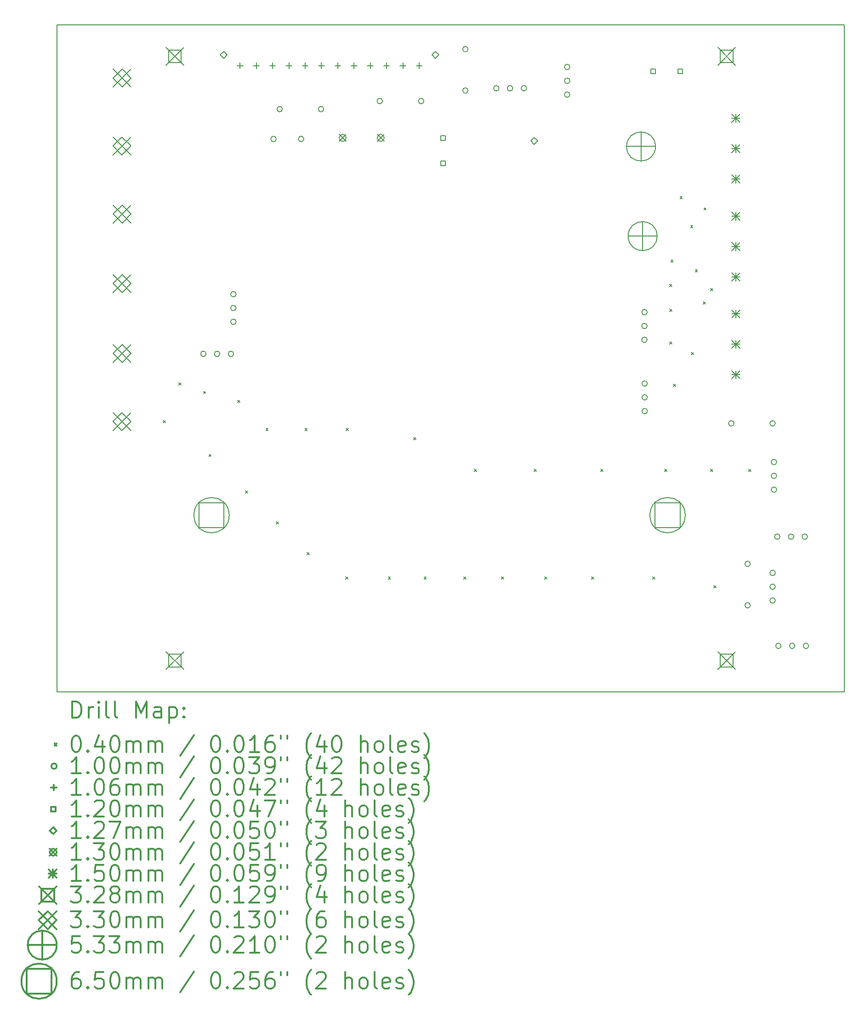
<source format=gbr>
%FSLAX45Y45*%
G04 Gerber Fmt 4.5, Leading zero omitted, Abs format (unit mm)*
G04 Created by KiCad (PCBNEW 5.1.0-060a0da~80~ubuntu16.04.1) date 2019-04-08 13:55:46*
%MOMM*%
%LPD*%
G04 APERTURE LIST*
%ADD10C,0.150000*%
%ADD11C,0.200000*%
%ADD12C,0.300000*%
G04 APERTURE END LIST*
D10*
X5000000Y-9400000D02*
X5000000Y-15000000D01*
X5000000Y-2720000D02*
X5000000Y-9400000D01*
X5020000Y-2720000D02*
X5000000Y-2720000D01*
X19500000Y-2720000D02*
X5020000Y-2720000D01*
X19500000Y-15000000D02*
X19500000Y-2720000D01*
X5000000Y-15000000D02*
X19500000Y-15000000D01*
D11*
X6953000Y-10000000D02*
X6993000Y-10040000D01*
X6993000Y-10000000D02*
X6953000Y-10040000D01*
X7241000Y-9306000D02*
X7281000Y-9346000D01*
X7281000Y-9306000D02*
X7241000Y-9346000D01*
X7695000Y-9465000D02*
X7735000Y-9505000D01*
X7735000Y-9465000D02*
X7695000Y-9505000D01*
X7797750Y-10624750D02*
X7837750Y-10664750D01*
X7837750Y-10624750D02*
X7797750Y-10664750D01*
X8329000Y-9628500D02*
X8369000Y-9668500D01*
X8369000Y-9628500D02*
X8329000Y-9668500D01*
X8471500Y-11298500D02*
X8511500Y-11338500D01*
X8511500Y-11298500D02*
X8471500Y-11338500D01*
X8846500Y-10146000D02*
X8886500Y-10186000D01*
X8886500Y-10146000D02*
X8846500Y-10186000D01*
X8846500Y-10146000D02*
X8886500Y-10186000D01*
X8886500Y-10146000D02*
X8846500Y-10186000D01*
X9035250Y-11862250D02*
X9075250Y-11902250D01*
X9075250Y-11862250D02*
X9035250Y-11902250D01*
X9566500Y-10146000D02*
X9606500Y-10186000D01*
X9606500Y-10146000D02*
X9566500Y-10186000D01*
X9604000Y-12431000D02*
X9644000Y-12471000D01*
X9644000Y-12431000D02*
X9604000Y-12471000D01*
X10316500Y-12879000D02*
X10356500Y-12919000D01*
X10356500Y-12879000D02*
X10316500Y-12919000D01*
X10326000Y-10146000D02*
X10366000Y-10186000D01*
X10366000Y-10146000D02*
X10326000Y-10186000D01*
X11099000Y-12879000D02*
X11139000Y-12919000D01*
X11139000Y-12879000D02*
X11099000Y-12919000D01*
X11572000Y-10318000D02*
X11612000Y-10358000D01*
X11612000Y-10318000D02*
X11572000Y-10358000D01*
X11759000Y-12879000D02*
X11799000Y-12919000D01*
X11799000Y-12879000D02*
X11759000Y-12919000D01*
X12489000Y-12879000D02*
X12529000Y-12919000D01*
X12529000Y-12879000D02*
X12489000Y-12919000D01*
X12689500Y-10898000D02*
X12729500Y-10938000D01*
X12729500Y-10898000D02*
X12689500Y-10938000D01*
X13189000Y-12879000D02*
X13229000Y-12919000D01*
X13229000Y-12879000D02*
X13189000Y-12919000D01*
X13789500Y-10898000D02*
X13829500Y-10938000D01*
X13829500Y-10898000D02*
X13789500Y-10938000D01*
X13984000Y-12879000D02*
X14024000Y-12919000D01*
X14024000Y-12879000D02*
X13984000Y-12919000D01*
X14844000Y-12879000D02*
X14884000Y-12919000D01*
X14884000Y-12879000D02*
X14844000Y-12919000D01*
X15014500Y-10898000D02*
X15054500Y-10938000D01*
X15054500Y-10898000D02*
X15014500Y-10938000D01*
X15973500Y-12879000D02*
X16013500Y-12919000D01*
X16013500Y-12879000D02*
X15973500Y-12919000D01*
X16190500Y-10898000D02*
X16230500Y-10938000D01*
X16230500Y-10898000D02*
X16190500Y-10938000D01*
X16286800Y-7497800D02*
X16326800Y-7537800D01*
X16326800Y-7497800D02*
X16286800Y-7537800D01*
X16286800Y-7955600D02*
X16326800Y-7995600D01*
X16326800Y-7955600D02*
X16286800Y-7995600D01*
X16286800Y-8555200D02*
X16326800Y-8595200D01*
X16326800Y-8555200D02*
X16286800Y-8595200D01*
X16307200Y-7046200D02*
X16347200Y-7086200D01*
X16347200Y-7046200D02*
X16307200Y-7086200D01*
X16354797Y-9335203D02*
X16394797Y-9375203D01*
X16394797Y-9335203D02*
X16354797Y-9375203D01*
X16475000Y-5880000D02*
X16515000Y-5920000D01*
X16515000Y-5880000D02*
X16475000Y-5920000D01*
X16670000Y-6410000D02*
X16710000Y-6450000D01*
X16710000Y-6410000D02*
X16670000Y-6450000D01*
X16682984Y-8747984D02*
X16722984Y-8787984D01*
X16722984Y-8747984D02*
X16682984Y-8787984D01*
X16754800Y-7225200D02*
X16794800Y-7265200D01*
X16794800Y-7225200D02*
X16754800Y-7265200D01*
X16906000Y-7818000D02*
X16946000Y-7858000D01*
X16946000Y-7818000D02*
X16906000Y-7858000D01*
X16915000Y-6086000D02*
X16955000Y-6126000D01*
X16955000Y-6086000D02*
X16915000Y-6126000D01*
X17037000Y-7573000D02*
X17077000Y-7613000D01*
X17077000Y-7573000D02*
X17037000Y-7613000D01*
X17039500Y-10898000D02*
X17079500Y-10938000D01*
X17079500Y-10898000D02*
X17039500Y-10938000D01*
X17100000Y-13040000D02*
X17140000Y-13080000D01*
X17140000Y-13040000D02*
X17100000Y-13080000D01*
X17741000Y-10898000D02*
X17781000Y-10938000D01*
X17781000Y-10898000D02*
X17741000Y-10938000D01*
X14446038Y-3495746D02*
G75*
G03X14446038Y-3495746I-50038J0D01*
G01*
X14446038Y-3749746D02*
G75*
G03X14446038Y-3749746I-50038J0D01*
G01*
X14446038Y-4003746D02*
G75*
G03X14446038Y-4003746I-50038J0D01*
G01*
X17769038Y-12641000D02*
G75*
G03X17769038Y-12641000I-50038J0D01*
G01*
X17769038Y-13403000D02*
G75*
G03X17769038Y-13403000I-50038J0D01*
G01*
X15874238Y-9321800D02*
G75*
G03X15874238Y-9321800I-50038J0D01*
G01*
X15874238Y-9575800D02*
G75*
G03X15874238Y-9575800I-50038J0D01*
G01*
X15874238Y-9829800D02*
G75*
G03X15874238Y-9829800I-50038J0D01*
G01*
X18255038Y-10766000D02*
G75*
G03X18255038Y-10766000I-50038J0D01*
G01*
X18255038Y-11020000D02*
G75*
G03X18255038Y-11020000I-50038J0D01*
G01*
X18255038Y-11274000D02*
G75*
G03X18255038Y-11274000I-50038J0D01*
G01*
X12570038Y-3168000D02*
G75*
G03X12570038Y-3168000I-50038J0D01*
G01*
X12570038Y-3930000D02*
G75*
G03X12570038Y-3930000I-50038J0D01*
G01*
X18336038Y-14150000D02*
G75*
G03X18336038Y-14150000I-50038J0D01*
G01*
X18590038Y-14150000D02*
G75*
G03X18590038Y-14150000I-50038J0D01*
G01*
X18844038Y-14150000D02*
G75*
G03X18844038Y-14150000I-50038J0D01*
G01*
X7743538Y-8775000D02*
G75*
G03X7743538Y-8775000I-50038J0D01*
G01*
X7997538Y-8775000D02*
G75*
G03X7997538Y-8775000I-50038J0D01*
G01*
X8251538Y-8775000D02*
G75*
G03X8251538Y-8775000I-50038J0D01*
G01*
X17468038Y-10054000D02*
G75*
G03X17468038Y-10054000I-50038J0D01*
G01*
X18230038Y-10054000D02*
G75*
G03X18230038Y-10054000I-50038J0D01*
G01*
X10994038Y-4123000D02*
G75*
G03X10994038Y-4123000I-50038J0D01*
G01*
X11756038Y-4123000D02*
G75*
G03X11756038Y-4123000I-50038J0D01*
G01*
X8297038Y-7677000D02*
G75*
G03X8297038Y-7677000I-50038J0D01*
G01*
X8297038Y-7931000D02*
G75*
G03X8297038Y-7931000I-50038J0D01*
G01*
X8297038Y-8185000D02*
G75*
G03X8297038Y-8185000I-50038J0D01*
G01*
X9150038Y-4271000D02*
G75*
G03X9150038Y-4271000I-50038J0D01*
G01*
X9912038Y-4271000D02*
G75*
G03X9912038Y-4271000I-50038J0D01*
G01*
X18230038Y-12806000D02*
G75*
G03X18230038Y-12806000I-50038J0D01*
G01*
X18230038Y-13060000D02*
G75*
G03X18230038Y-13060000I-50038J0D01*
G01*
X18230038Y-13314000D02*
G75*
G03X18230038Y-13314000I-50038J0D01*
G01*
X13140038Y-3887000D02*
G75*
G03X13140038Y-3887000I-50038J0D01*
G01*
X13394038Y-3887000D02*
G75*
G03X13394038Y-3887000I-50038J0D01*
G01*
X13648038Y-3887000D02*
G75*
G03X13648038Y-3887000I-50038J0D01*
G01*
X9036038Y-4820000D02*
G75*
G03X9036038Y-4820000I-50038J0D01*
G01*
X9544038Y-4820000D02*
G75*
G03X9544038Y-4820000I-50038J0D01*
G01*
X18316038Y-12140000D02*
G75*
G03X18316038Y-12140000I-50038J0D01*
G01*
X18570038Y-12140000D02*
G75*
G03X18570038Y-12140000I-50038J0D01*
G01*
X18824038Y-12140000D02*
G75*
G03X18824038Y-12140000I-50038J0D01*
G01*
X15869038Y-8008746D02*
G75*
G03X15869038Y-8008746I-50038J0D01*
G01*
X15869038Y-8262746D02*
G75*
G03X15869038Y-8262746I-50038J0D01*
G01*
X15869038Y-8516746D02*
G75*
G03X15869038Y-8516746I-50038J0D01*
G01*
X8370000Y-3417000D02*
X8370000Y-3523000D01*
X8317000Y-3470000D02*
X8423000Y-3470000D01*
X8670000Y-3417000D02*
X8670000Y-3523000D01*
X8617000Y-3470000D02*
X8723000Y-3470000D01*
X8970000Y-3417000D02*
X8970000Y-3523000D01*
X8917000Y-3470000D02*
X9023000Y-3470000D01*
X9270000Y-3417000D02*
X9270000Y-3523000D01*
X9217000Y-3470000D02*
X9323000Y-3470000D01*
X9570000Y-3417000D02*
X9570000Y-3523000D01*
X9517000Y-3470000D02*
X9623000Y-3470000D01*
X9870000Y-3417000D02*
X9870000Y-3523000D01*
X9817000Y-3470000D02*
X9923000Y-3470000D01*
X10170000Y-3417000D02*
X10170000Y-3523000D01*
X10117000Y-3470000D02*
X10223000Y-3470000D01*
X10470000Y-3417000D02*
X10470000Y-3523000D01*
X10417000Y-3470000D02*
X10523000Y-3470000D01*
X10770000Y-3417000D02*
X10770000Y-3523000D01*
X10717000Y-3470000D02*
X10823000Y-3470000D01*
X11070000Y-3417000D02*
X11070000Y-3523000D01*
X11017000Y-3470000D02*
X11123000Y-3470000D01*
X11370000Y-3417000D02*
X11370000Y-3523000D01*
X11317000Y-3470000D02*
X11423000Y-3470000D01*
X11670000Y-3417000D02*
X11670000Y-3523000D01*
X11617000Y-3470000D02*
X11723000Y-3470000D01*
X16022427Y-3614927D02*
X16022427Y-3530073D01*
X15937573Y-3530073D01*
X15937573Y-3614927D01*
X16022427Y-3614927D01*
X16522427Y-3614927D02*
X16522427Y-3530073D01*
X16437573Y-3530073D01*
X16437573Y-3614927D01*
X16522427Y-3614927D01*
X12152427Y-4842427D02*
X12152427Y-4757573D01*
X12067573Y-4757573D01*
X12067573Y-4842427D01*
X12152427Y-4842427D01*
X12152427Y-5312427D02*
X12152427Y-5227573D01*
X12067573Y-5227573D01*
X12067573Y-5312427D01*
X12152427Y-5312427D01*
X13789000Y-4920500D02*
X13852500Y-4857000D01*
X13789000Y-4793500D01*
X13725500Y-4857000D01*
X13789000Y-4920500D01*
X8070000Y-3337500D02*
X8133500Y-3274000D01*
X8070000Y-3210500D01*
X8006500Y-3274000D01*
X8070000Y-3337500D01*
X11970000Y-3337500D02*
X12033500Y-3274000D01*
X11970000Y-3210500D01*
X11906500Y-3274000D01*
X11970000Y-3337500D01*
X10195000Y-4735000D02*
X10325000Y-4865000D01*
X10325000Y-4735000D02*
X10195000Y-4865000D01*
X10325000Y-4800000D02*
G75*
G03X10325000Y-4800000I-65000J0D01*
G01*
X10895000Y-4735000D02*
X11025000Y-4865000D01*
X11025000Y-4735000D02*
X10895000Y-4865000D01*
X11025000Y-4800000D02*
G75*
G03X11025000Y-4800000I-65000J0D01*
G01*
X17424943Y-7966143D02*
X17575057Y-8116257D01*
X17575057Y-7966143D02*
X17424943Y-8116257D01*
X17500000Y-7966143D02*
X17500000Y-8116257D01*
X17424943Y-8041200D02*
X17575057Y-8041200D01*
X17424943Y-8524943D02*
X17575057Y-8675057D01*
X17575057Y-8524943D02*
X17424943Y-8675057D01*
X17500000Y-8524943D02*
X17500000Y-8675057D01*
X17424943Y-8600000D02*
X17575057Y-8600000D01*
X17424943Y-9083743D02*
X17575057Y-9233857D01*
X17575057Y-9083743D02*
X17424943Y-9233857D01*
X17500000Y-9083743D02*
X17500000Y-9233857D01*
X17424943Y-9158800D02*
X17575057Y-9158800D01*
X17424943Y-6166143D02*
X17575057Y-6316257D01*
X17575057Y-6166143D02*
X17424943Y-6316257D01*
X17500000Y-6166143D02*
X17500000Y-6316257D01*
X17424943Y-6241200D02*
X17575057Y-6241200D01*
X17424943Y-6724943D02*
X17575057Y-6875057D01*
X17575057Y-6724943D02*
X17424943Y-6875057D01*
X17500000Y-6724943D02*
X17500000Y-6875057D01*
X17424943Y-6800000D02*
X17575057Y-6800000D01*
X17424943Y-7283743D02*
X17575057Y-7433857D01*
X17575057Y-7283743D02*
X17424943Y-7433857D01*
X17500000Y-7283743D02*
X17500000Y-7433857D01*
X17424943Y-7358800D02*
X17575057Y-7358800D01*
X17424943Y-4366143D02*
X17575057Y-4516257D01*
X17575057Y-4366143D02*
X17424943Y-4516257D01*
X17500000Y-4366143D02*
X17500000Y-4516257D01*
X17424943Y-4441200D02*
X17575057Y-4441200D01*
X17424943Y-4924943D02*
X17575057Y-5075057D01*
X17575057Y-4924943D02*
X17424943Y-5075057D01*
X17500000Y-4924943D02*
X17500000Y-5075057D01*
X17424943Y-5000000D02*
X17575057Y-5000000D01*
X17424943Y-5483743D02*
X17575057Y-5633857D01*
X17575057Y-5483743D02*
X17424943Y-5633857D01*
X17500000Y-5483743D02*
X17500000Y-5633857D01*
X17424943Y-5558800D02*
X17575057Y-5558800D01*
X7007670Y-3134170D02*
X7335330Y-3461830D01*
X7335330Y-3134170D02*
X7007670Y-3461830D01*
X7287346Y-3413846D02*
X7287346Y-3182154D01*
X7055654Y-3182154D01*
X7055654Y-3413846D01*
X7287346Y-3413846D01*
X7007670Y-14258170D02*
X7335330Y-14585830D01*
X7335330Y-14258170D02*
X7007670Y-14585830D01*
X7287346Y-14537846D02*
X7287346Y-14306154D01*
X7055654Y-14306154D01*
X7055654Y-14537846D01*
X7287346Y-14537846D01*
X17168670Y-3134170D02*
X17496330Y-3461830D01*
X17496330Y-3134170D02*
X17168670Y-3461830D01*
X17448346Y-3413846D02*
X17448346Y-3182154D01*
X17216654Y-3182154D01*
X17216654Y-3413846D01*
X17448346Y-3413846D01*
X17168670Y-14258170D02*
X17496330Y-14585830D01*
X17496330Y-14258170D02*
X17168670Y-14585830D01*
X17448346Y-14537846D02*
X17448346Y-14306154D01*
X17216654Y-14306154D01*
X17216654Y-14537846D01*
X17448346Y-14537846D01*
X6034900Y-6034900D02*
X6365100Y-6365100D01*
X6365100Y-6034900D02*
X6034900Y-6365100D01*
X6200000Y-6365100D02*
X6365100Y-6200000D01*
X6200000Y-6034900D01*
X6034900Y-6200000D01*
X6200000Y-6365100D01*
X6034900Y-3534900D02*
X6365100Y-3865100D01*
X6365100Y-3534900D02*
X6034900Y-3865100D01*
X6200000Y-3865100D02*
X6365100Y-3700000D01*
X6200000Y-3534900D01*
X6034900Y-3700000D01*
X6200000Y-3865100D01*
X6032400Y-7314900D02*
X6362600Y-7645100D01*
X6362600Y-7314900D02*
X6032400Y-7645100D01*
X6197500Y-7645100D02*
X6362600Y-7480000D01*
X6197500Y-7314900D01*
X6032400Y-7480000D01*
X6197500Y-7645100D01*
X6027400Y-4784900D02*
X6357600Y-5115100D01*
X6357600Y-4784900D02*
X6027400Y-5115100D01*
X6192500Y-5115100D02*
X6357600Y-4950000D01*
X6192500Y-4784900D01*
X6027400Y-4950000D01*
X6192500Y-5115100D01*
X6029900Y-9854900D02*
X6360100Y-10185100D01*
X6360100Y-9854900D02*
X6029900Y-10185100D01*
X6195000Y-10185100D02*
X6360100Y-10020000D01*
X6195000Y-9854900D01*
X6029900Y-10020000D01*
X6195000Y-10185100D01*
X6032400Y-8602400D02*
X6362600Y-8932600D01*
X6362600Y-8602400D02*
X6032400Y-8932600D01*
X6197500Y-8932600D02*
X6362600Y-8767500D01*
X6197500Y-8602400D01*
X6032400Y-8767500D01*
X6197500Y-8932600D01*
X15786000Y-6342300D02*
X15786000Y-6875700D01*
X15519300Y-6609000D02*
X16052700Y-6609000D01*
X16052700Y-6609000D02*
G75*
G03X16052700Y-6609000I-266700J0D01*
G01*
X15756000Y-4692300D02*
X15756000Y-5225700D01*
X15489300Y-4959000D02*
X16022700Y-4959000D01*
X16022700Y-4959000D02*
G75*
G03X16022700Y-4959000I-266700J0D01*
G01*
X8074812Y-11974812D02*
X8074812Y-11515188D01*
X7615188Y-11515188D01*
X7615188Y-11974812D01*
X8074812Y-11974812D01*
X8170000Y-11745000D02*
G75*
G03X8170000Y-11745000I-325000J0D01*
G01*
X16474812Y-11974812D02*
X16474812Y-11515188D01*
X16015188Y-11515188D01*
X16015188Y-11974812D01*
X16474812Y-11974812D01*
X16570000Y-11745000D02*
G75*
G03X16570000Y-11745000I-325000J0D01*
G01*
D12*
X5278928Y-15473214D02*
X5278928Y-15173214D01*
X5350357Y-15173214D01*
X5393214Y-15187500D01*
X5421786Y-15216071D01*
X5436071Y-15244643D01*
X5450357Y-15301786D01*
X5450357Y-15344643D01*
X5436071Y-15401786D01*
X5421786Y-15430357D01*
X5393214Y-15458929D01*
X5350357Y-15473214D01*
X5278928Y-15473214D01*
X5578928Y-15473214D02*
X5578928Y-15273214D01*
X5578928Y-15330357D02*
X5593214Y-15301786D01*
X5607500Y-15287500D01*
X5636071Y-15273214D01*
X5664643Y-15273214D01*
X5764643Y-15473214D02*
X5764643Y-15273214D01*
X5764643Y-15173214D02*
X5750357Y-15187500D01*
X5764643Y-15201786D01*
X5778928Y-15187500D01*
X5764643Y-15173214D01*
X5764643Y-15201786D01*
X5950357Y-15473214D02*
X5921786Y-15458929D01*
X5907500Y-15430357D01*
X5907500Y-15173214D01*
X6107500Y-15473214D02*
X6078928Y-15458929D01*
X6064643Y-15430357D01*
X6064643Y-15173214D01*
X6450357Y-15473214D02*
X6450357Y-15173214D01*
X6550357Y-15387500D01*
X6650357Y-15173214D01*
X6650357Y-15473214D01*
X6921786Y-15473214D02*
X6921786Y-15316071D01*
X6907500Y-15287500D01*
X6878928Y-15273214D01*
X6821786Y-15273214D01*
X6793214Y-15287500D01*
X6921786Y-15458929D02*
X6893214Y-15473214D01*
X6821786Y-15473214D01*
X6793214Y-15458929D01*
X6778928Y-15430357D01*
X6778928Y-15401786D01*
X6793214Y-15373214D01*
X6821786Y-15358929D01*
X6893214Y-15358929D01*
X6921786Y-15344643D01*
X7064643Y-15273214D02*
X7064643Y-15573214D01*
X7064643Y-15287500D02*
X7093214Y-15273214D01*
X7150357Y-15273214D01*
X7178928Y-15287500D01*
X7193214Y-15301786D01*
X7207500Y-15330357D01*
X7207500Y-15416071D01*
X7193214Y-15444643D01*
X7178928Y-15458929D01*
X7150357Y-15473214D01*
X7093214Y-15473214D01*
X7064643Y-15458929D01*
X7336071Y-15444643D02*
X7350357Y-15458929D01*
X7336071Y-15473214D01*
X7321786Y-15458929D01*
X7336071Y-15444643D01*
X7336071Y-15473214D01*
X7336071Y-15287500D02*
X7350357Y-15301786D01*
X7336071Y-15316071D01*
X7321786Y-15301786D01*
X7336071Y-15287500D01*
X7336071Y-15316071D01*
X4952500Y-15947500D02*
X4992500Y-15987500D01*
X4992500Y-15947500D02*
X4952500Y-15987500D01*
X5336071Y-15803214D02*
X5364643Y-15803214D01*
X5393214Y-15817500D01*
X5407500Y-15831786D01*
X5421786Y-15860357D01*
X5436071Y-15917500D01*
X5436071Y-15988929D01*
X5421786Y-16046071D01*
X5407500Y-16074643D01*
X5393214Y-16088929D01*
X5364643Y-16103214D01*
X5336071Y-16103214D01*
X5307500Y-16088929D01*
X5293214Y-16074643D01*
X5278928Y-16046071D01*
X5264643Y-15988929D01*
X5264643Y-15917500D01*
X5278928Y-15860357D01*
X5293214Y-15831786D01*
X5307500Y-15817500D01*
X5336071Y-15803214D01*
X5564643Y-16074643D02*
X5578928Y-16088929D01*
X5564643Y-16103214D01*
X5550357Y-16088929D01*
X5564643Y-16074643D01*
X5564643Y-16103214D01*
X5836071Y-15903214D02*
X5836071Y-16103214D01*
X5764643Y-15788929D02*
X5693214Y-16003214D01*
X5878928Y-16003214D01*
X6050357Y-15803214D02*
X6078928Y-15803214D01*
X6107500Y-15817500D01*
X6121786Y-15831786D01*
X6136071Y-15860357D01*
X6150357Y-15917500D01*
X6150357Y-15988929D01*
X6136071Y-16046071D01*
X6121786Y-16074643D01*
X6107500Y-16088929D01*
X6078928Y-16103214D01*
X6050357Y-16103214D01*
X6021786Y-16088929D01*
X6007500Y-16074643D01*
X5993214Y-16046071D01*
X5978928Y-15988929D01*
X5978928Y-15917500D01*
X5993214Y-15860357D01*
X6007500Y-15831786D01*
X6021786Y-15817500D01*
X6050357Y-15803214D01*
X6278928Y-16103214D02*
X6278928Y-15903214D01*
X6278928Y-15931786D02*
X6293214Y-15917500D01*
X6321786Y-15903214D01*
X6364643Y-15903214D01*
X6393214Y-15917500D01*
X6407500Y-15946071D01*
X6407500Y-16103214D01*
X6407500Y-15946071D02*
X6421786Y-15917500D01*
X6450357Y-15903214D01*
X6493214Y-15903214D01*
X6521786Y-15917500D01*
X6536071Y-15946071D01*
X6536071Y-16103214D01*
X6678928Y-16103214D02*
X6678928Y-15903214D01*
X6678928Y-15931786D02*
X6693214Y-15917500D01*
X6721786Y-15903214D01*
X6764643Y-15903214D01*
X6793214Y-15917500D01*
X6807500Y-15946071D01*
X6807500Y-16103214D01*
X6807500Y-15946071D02*
X6821786Y-15917500D01*
X6850357Y-15903214D01*
X6893214Y-15903214D01*
X6921786Y-15917500D01*
X6936071Y-15946071D01*
X6936071Y-16103214D01*
X7521786Y-15788929D02*
X7264643Y-16174643D01*
X7907500Y-15803214D02*
X7936071Y-15803214D01*
X7964643Y-15817500D01*
X7978928Y-15831786D01*
X7993214Y-15860357D01*
X8007500Y-15917500D01*
X8007500Y-15988929D01*
X7993214Y-16046071D01*
X7978928Y-16074643D01*
X7964643Y-16088929D01*
X7936071Y-16103214D01*
X7907500Y-16103214D01*
X7878928Y-16088929D01*
X7864643Y-16074643D01*
X7850357Y-16046071D01*
X7836071Y-15988929D01*
X7836071Y-15917500D01*
X7850357Y-15860357D01*
X7864643Y-15831786D01*
X7878928Y-15817500D01*
X7907500Y-15803214D01*
X8136071Y-16074643D02*
X8150357Y-16088929D01*
X8136071Y-16103214D01*
X8121786Y-16088929D01*
X8136071Y-16074643D01*
X8136071Y-16103214D01*
X8336071Y-15803214D02*
X8364643Y-15803214D01*
X8393214Y-15817500D01*
X8407500Y-15831786D01*
X8421786Y-15860357D01*
X8436071Y-15917500D01*
X8436071Y-15988929D01*
X8421786Y-16046071D01*
X8407500Y-16074643D01*
X8393214Y-16088929D01*
X8364643Y-16103214D01*
X8336071Y-16103214D01*
X8307500Y-16088929D01*
X8293214Y-16074643D01*
X8278928Y-16046071D01*
X8264643Y-15988929D01*
X8264643Y-15917500D01*
X8278928Y-15860357D01*
X8293214Y-15831786D01*
X8307500Y-15817500D01*
X8336071Y-15803214D01*
X8721786Y-16103214D02*
X8550357Y-16103214D01*
X8636071Y-16103214D02*
X8636071Y-15803214D01*
X8607500Y-15846071D01*
X8578928Y-15874643D01*
X8550357Y-15888929D01*
X8978928Y-15803214D02*
X8921786Y-15803214D01*
X8893214Y-15817500D01*
X8878928Y-15831786D01*
X8850357Y-15874643D01*
X8836071Y-15931786D01*
X8836071Y-16046071D01*
X8850357Y-16074643D01*
X8864643Y-16088929D01*
X8893214Y-16103214D01*
X8950357Y-16103214D01*
X8978928Y-16088929D01*
X8993214Y-16074643D01*
X9007500Y-16046071D01*
X9007500Y-15974643D01*
X8993214Y-15946071D01*
X8978928Y-15931786D01*
X8950357Y-15917500D01*
X8893214Y-15917500D01*
X8864643Y-15931786D01*
X8850357Y-15946071D01*
X8836071Y-15974643D01*
X9121786Y-15803214D02*
X9121786Y-15860357D01*
X9236071Y-15803214D02*
X9236071Y-15860357D01*
X9678928Y-16217500D02*
X9664643Y-16203214D01*
X9636071Y-16160357D01*
X9621786Y-16131786D01*
X9607500Y-16088929D01*
X9593214Y-16017500D01*
X9593214Y-15960357D01*
X9607500Y-15888929D01*
X9621786Y-15846071D01*
X9636071Y-15817500D01*
X9664643Y-15774643D01*
X9678928Y-15760357D01*
X9921786Y-15903214D02*
X9921786Y-16103214D01*
X9850357Y-15788929D02*
X9778928Y-16003214D01*
X9964643Y-16003214D01*
X10136071Y-15803214D02*
X10164643Y-15803214D01*
X10193214Y-15817500D01*
X10207500Y-15831786D01*
X10221786Y-15860357D01*
X10236071Y-15917500D01*
X10236071Y-15988929D01*
X10221786Y-16046071D01*
X10207500Y-16074643D01*
X10193214Y-16088929D01*
X10164643Y-16103214D01*
X10136071Y-16103214D01*
X10107500Y-16088929D01*
X10093214Y-16074643D01*
X10078928Y-16046071D01*
X10064643Y-15988929D01*
X10064643Y-15917500D01*
X10078928Y-15860357D01*
X10093214Y-15831786D01*
X10107500Y-15817500D01*
X10136071Y-15803214D01*
X10593214Y-16103214D02*
X10593214Y-15803214D01*
X10721786Y-16103214D02*
X10721786Y-15946071D01*
X10707500Y-15917500D01*
X10678928Y-15903214D01*
X10636071Y-15903214D01*
X10607500Y-15917500D01*
X10593214Y-15931786D01*
X10907500Y-16103214D02*
X10878928Y-16088929D01*
X10864643Y-16074643D01*
X10850357Y-16046071D01*
X10850357Y-15960357D01*
X10864643Y-15931786D01*
X10878928Y-15917500D01*
X10907500Y-15903214D01*
X10950357Y-15903214D01*
X10978928Y-15917500D01*
X10993214Y-15931786D01*
X11007500Y-15960357D01*
X11007500Y-16046071D01*
X10993214Y-16074643D01*
X10978928Y-16088929D01*
X10950357Y-16103214D01*
X10907500Y-16103214D01*
X11178928Y-16103214D02*
X11150357Y-16088929D01*
X11136071Y-16060357D01*
X11136071Y-15803214D01*
X11407500Y-16088929D02*
X11378928Y-16103214D01*
X11321786Y-16103214D01*
X11293214Y-16088929D01*
X11278928Y-16060357D01*
X11278928Y-15946071D01*
X11293214Y-15917500D01*
X11321786Y-15903214D01*
X11378928Y-15903214D01*
X11407500Y-15917500D01*
X11421786Y-15946071D01*
X11421786Y-15974643D01*
X11278928Y-16003214D01*
X11536071Y-16088929D02*
X11564643Y-16103214D01*
X11621786Y-16103214D01*
X11650357Y-16088929D01*
X11664643Y-16060357D01*
X11664643Y-16046071D01*
X11650357Y-16017500D01*
X11621786Y-16003214D01*
X11578928Y-16003214D01*
X11550357Y-15988929D01*
X11536071Y-15960357D01*
X11536071Y-15946071D01*
X11550357Y-15917500D01*
X11578928Y-15903214D01*
X11621786Y-15903214D01*
X11650357Y-15917500D01*
X11764643Y-16217500D02*
X11778928Y-16203214D01*
X11807500Y-16160357D01*
X11821786Y-16131786D01*
X11836071Y-16088929D01*
X11850357Y-16017500D01*
X11850357Y-15960357D01*
X11836071Y-15888929D01*
X11821786Y-15846071D01*
X11807500Y-15817500D01*
X11778928Y-15774643D01*
X11764643Y-15760357D01*
X4992500Y-16363500D02*
G75*
G03X4992500Y-16363500I-50038J0D01*
G01*
X5436071Y-16499214D02*
X5264643Y-16499214D01*
X5350357Y-16499214D02*
X5350357Y-16199214D01*
X5321786Y-16242071D01*
X5293214Y-16270643D01*
X5264643Y-16284929D01*
X5564643Y-16470643D02*
X5578928Y-16484929D01*
X5564643Y-16499214D01*
X5550357Y-16484929D01*
X5564643Y-16470643D01*
X5564643Y-16499214D01*
X5764643Y-16199214D02*
X5793214Y-16199214D01*
X5821786Y-16213500D01*
X5836071Y-16227786D01*
X5850357Y-16256357D01*
X5864643Y-16313500D01*
X5864643Y-16384929D01*
X5850357Y-16442071D01*
X5836071Y-16470643D01*
X5821786Y-16484929D01*
X5793214Y-16499214D01*
X5764643Y-16499214D01*
X5736071Y-16484929D01*
X5721786Y-16470643D01*
X5707500Y-16442071D01*
X5693214Y-16384929D01*
X5693214Y-16313500D01*
X5707500Y-16256357D01*
X5721786Y-16227786D01*
X5736071Y-16213500D01*
X5764643Y-16199214D01*
X6050357Y-16199214D02*
X6078928Y-16199214D01*
X6107500Y-16213500D01*
X6121786Y-16227786D01*
X6136071Y-16256357D01*
X6150357Y-16313500D01*
X6150357Y-16384929D01*
X6136071Y-16442071D01*
X6121786Y-16470643D01*
X6107500Y-16484929D01*
X6078928Y-16499214D01*
X6050357Y-16499214D01*
X6021786Y-16484929D01*
X6007500Y-16470643D01*
X5993214Y-16442071D01*
X5978928Y-16384929D01*
X5978928Y-16313500D01*
X5993214Y-16256357D01*
X6007500Y-16227786D01*
X6021786Y-16213500D01*
X6050357Y-16199214D01*
X6278928Y-16499214D02*
X6278928Y-16299214D01*
X6278928Y-16327786D02*
X6293214Y-16313500D01*
X6321786Y-16299214D01*
X6364643Y-16299214D01*
X6393214Y-16313500D01*
X6407500Y-16342071D01*
X6407500Y-16499214D01*
X6407500Y-16342071D02*
X6421786Y-16313500D01*
X6450357Y-16299214D01*
X6493214Y-16299214D01*
X6521786Y-16313500D01*
X6536071Y-16342071D01*
X6536071Y-16499214D01*
X6678928Y-16499214D02*
X6678928Y-16299214D01*
X6678928Y-16327786D02*
X6693214Y-16313500D01*
X6721786Y-16299214D01*
X6764643Y-16299214D01*
X6793214Y-16313500D01*
X6807500Y-16342071D01*
X6807500Y-16499214D01*
X6807500Y-16342071D02*
X6821786Y-16313500D01*
X6850357Y-16299214D01*
X6893214Y-16299214D01*
X6921786Y-16313500D01*
X6936071Y-16342071D01*
X6936071Y-16499214D01*
X7521786Y-16184929D02*
X7264643Y-16570643D01*
X7907500Y-16199214D02*
X7936071Y-16199214D01*
X7964643Y-16213500D01*
X7978928Y-16227786D01*
X7993214Y-16256357D01*
X8007500Y-16313500D01*
X8007500Y-16384929D01*
X7993214Y-16442071D01*
X7978928Y-16470643D01*
X7964643Y-16484929D01*
X7936071Y-16499214D01*
X7907500Y-16499214D01*
X7878928Y-16484929D01*
X7864643Y-16470643D01*
X7850357Y-16442071D01*
X7836071Y-16384929D01*
X7836071Y-16313500D01*
X7850357Y-16256357D01*
X7864643Y-16227786D01*
X7878928Y-16213500D01*
X7907500Y-16199214D01*
X8136071Y-16470643D02*
X8150357Y-16484929D01*
X8136071Y-16499214D01*
X8121786Y-16484929D01*
X8136071Y-16470643D01*
X8136071Y-16499214D01*
X8336071Y-16199214D02*
X8364643Y-16199214D01*
X8393214Y-16213500D01*
X8407500Y-16227786D01*
X8421786Y-16256357D01*
X8436071Y-16313500D01*
X8436071Y-16384929D01*
X8421786Y-16442071D01*
X8407500Y-16470643D01*
X8393214Y-16484929D01*
X8364643Y-16499214D01*
X8336071Y-16499214D01*
X8307500Y-16484929D01*
X8293214Y-16470643D01*
X8278928Y-16442071D01*
X8264643Y-16384929D01*
X8264643Y-16313500D01*
X8278928Y-16256357D01*
X8293214Y-16227786D01*
X8307500Y-16213500D01*
X8336071Y-16199214D01*
X8536071Y-16199214D02*
X8721786Y-16199214D01*
X8621786Y-16313500D01*
X8664643Y-16313500D01*
X8693214Y-16327786D01*
X8707500Y-16342071D01*
X8721786Y-16370643D01*
X8721786Y-16442071D01*
X8707500Y-16470643D01*
X8693214Y-16484929D01*
X8664643Y-16499214D01*
X8578928Y-16499214D01*
X8550357Y-16484929D01*
X8536071Y-16470643D01*
X8864643Y-16499214D02*
X8921786Y-16499214D01*
X8950357Y-16484929D01*
X8964643Y-16470643D01*
X8993214Y-16427786D01*
X9007500Y-16370643D01*
X9007500Y-16256357D01*
X8993214Y-16227786D01*
X8978928Y-16213500D01*
X8950357Y-16199214D01*
X8893214Y-16199214D01*
X8864643Y-16213500D01*
X8850357Y-16227786D01*
X8836071Y-16256357D01*
X8836071Y-16327786D01*
X8850357Y-16356357D01*
X8864643Y-16370643D01*
X8893214Y-16384929D01*
X8950357Y-16384929D01*
X8978928Y-16370643D01*
X8993214Y-16356357D01*
X9007500Y-16327786D01*
X9121786Y-16199214D02*
X9121786Y-16256357D01*
X9236071Y-16199214D02*
X9236071Y-16256357D01*
X9678928Y-16613500D02*
X9664643Y-16599214D01*
X9636071Y-16556357D01*
X9621786Y-16527786D01*
X9607500Y-16484929D01*
X9593214Y-16413500D01*
X9593214Y-16356357D01*
X9607500Y-16284929D01*
X9621786Y-16242071D01*
X9636071Y-16213500D01*
X9664643Y-16170643D01*
X9678928Y-16156357D01*
X9921786Y-16299214D02*
X9921786Y-16499214D01*
X9850357Y-16184929D02*
X9778928Y-16399214D01*
X9964643Y-16399214D01*
X10064643Y-16227786D02*
X10078928Y-16213500D01*
X10107500Y-16199214D01*
X10178928Y-16199214D01*
X10207500Y-16213500D01*
X10221786Y-16227786D01*
X10236071Y-16256357D01*
X10236071Y-16284929D01*
X10221786Y-16327786D01*
X10050357Y-16499214D01*
X10236071Y-16499214D01*
X10593214Y-16499214D02*
X10593214Y-16199214D01*
X10721786Y-16499214D02*
X10721786Y-16342071D01*
X10707500Y-16313500D01*
X10678928Y-16299214D01*
X10636071Y-16299214D01*
X10607500Y-16313500D01*
X10593214Y-16327786D01*
X10907500Y-16499214D02*
X10878928Y-16484929D01*
X10864643Y-16470643D01*
X10850357Y-16442071D01*
X10850357Y-16356357D01*
X10864643Y-16327786D01*
X10878928Y-16313500D01*
X10907500Y-16299214D01*
X10950357Y-16299214D01*
X10978928Y-16313500D01*
X10993214Y-16327786D01*
X11007500Y-16356357D01*
X11007500Y-16442071D01*
X10993214Y-16470643D01*
X10978928Y-16484929D01*
X10950357Y-16499214D01*
X10907500Y-16499214D01*
X11178928Y-16499214D02*
X11150357Y-16484929D01*
X11136071Y-16456357D01*
X11136071Y-16199214D01*
X11407500Y-16484929D02*
X11378928Y-16499214D01*
X11321786Y-16499214D01*
X11293214Y-16484929D01*
X11278928Y-16456357D01*
X11278928Y-16342071D01*
X11293214Y-16313500D01*
X11321786Y-16299214D01*
X11378928Y-16299214D01*
X11407500Y-16313500D01*
X11421786Y-16342071D01*
X11421786Y-16370643D01*
X11278928Y-16399214D01*
X11536071Y-16484929D02*
X11564643Y-16499214D01*
X11621786Y-16499214D01*
X11650357Y-16484929D01*
X11664643Y-16456357D01*
X11664643Y-16442071D01*
X11650357Y-16413500D01*
X11621786Y-16399214D01*
X11578928Y-16399214D01*
X11550357Y-16384929D01*
X11536071Y-16356357D01*
X11536071Y-16342071D01*
X11550357Y-16313500D01*
X11578928Y-16299214D01*
X11621786Y-16299214D01*
X11650357Y-16313500D01*
X11764643Y-16613500D02*
X11778928Y-16599214D01*
X11807500Y-16556357D01*
X11821786Y-16527786D01*
X11836071Y-16484929D01*
X11850357Y-16413500D01*
X11850357Y-16356357D01*
X11836071Y-16284929D01*
X11821786Y-16242071D01*
X11807500Y-16213500D01*
X11778928Y-16170643D01*
X11764643Y-16156357D01*
X4939500Y-16706500D02*
X4939500Y-16812500D01*
X4886500Y-16759500D02*
X4992500Y-16759500D01*
X5436071Y-16895214D02*
X5264643Y-16895214D01*
X5350357Y-16895214D02*
X5350357Y-16595214D01*
X5321786Y-16638071D01*
X5293214Y-16666643D01*
X5264643Y-16680929D01*
X5564643Y-16866643D02*
X5578928Y-16880929D01*
X5564643Y-16895214D01*
X5550357Y-16880929D01*
X5564643Y-16866643D01*
X5564643Y-16895214D01*
X5764643Y-16595214D02*
X5793214Y-16595214D01*
X5821786Y-16609500D01*
X5836071Y-16623786D01*
X5850357Y-16652357D01*
X5864643Y-16709500D01*
X5864643Y-16780929D01*
X5850357Y-16838072D01*
X5836071Y-16866643D01*
X5821786Y-16880929D01*
X5793214Y-16895214D01*
X5764643Y-16895214D01*
X5736071Y-16880929D01*
X5721786Y-16866643D01*
X5707500Y-16838072D01*
X5693214Y-16780929D01*
X5693214Y-16709500D01*
X5707500Y-16652357D01*
X5721786Y-16623786D01*
X5736071Y-16609500D01*
X5764643Y-16595214D01*
X6121786Y-16595214D02*
X6064643Y-16595214D01*
X6036071Y-16609500D01*
X6021786Y-16623786D01*
X5993214Y-16666643D01*
X5978928Y-16723786D01*
X5978928Y-16838072D01*
X5993214Y-16866643D01*
X6007500Y-16880929D01*
X6036071Y-16895214D01*
X6093214Y-16895214D01*
X6121786Y-16880929D01*
X6136071Y-16866643D01*
X6150357Y-16838072D01*
X6150357Y-16766643D01*
X6136071Y-16738071D01*
X6121786Y-16723786D01*
X6093214Y-16709500D01*
X6036071Y-16709500D01*
X6007500Y-16723786D01*
X5993214Y-16738071D01*
X5978928Y-16766643D01*
X6278928Y-16895214D02*
X6278928Y-16695214D01*
X6278928Y-16723786D02*
X6293214Y-16709500D01*
X6321786Y-16695214D01*
X6364643Y-16695214D01*
X6393214Y-16709500D01*
X6407500Y-16738071D01*
X6407500Y-16895214D01*
X6407500Y-16738071D02*
X6421786Y-16709500D01*
X6450357Y-16695214D01*
X6493214Y-16695214D01*
X6521786Y-16709500D01*
X6536071Y-16738071D01*
X6536071Y-16895214D01*
X6678928Y-16895214D02*
X6678928Y-16695214D01*
X6678928Y-16723786D02*
X6693214Y-16709500D01*
X6721786Y-16695214D01*
X6764643Y-16695214D01*
X6793214Y-16709500D01*
X6807500Y-16738071D01*
X6807500Y-16895214D01*
X6807500Y-16738071D02*
X6821786Y-16709500D01*
X6850357Y-16695214D01*
X6893214Y-16695214D01*
X6921786Y-16709500D01*
X6936071Y-16738071D01*
X6936071Y-16895214D01*
X7521786Y-16580929D02*
X7264643Y-16966643D01*
X7907500Y-16595214D02*
X7936071Y-16595214D01*
X7964643Y-16609500D01*
X7978928Y-16623786D01*
X7993214Y-16652357D01*
X8007500Y-16709500D01*
X8007500Y-16780929D01*
X7993214Y-16838072D01*
X7978928Y-16866643D01*
X7964643Y-16880929D01*
X7936071Y-16895214D01*
X7907500Y-16895214D01*
X7878928Y-16880929D01*
X7864643Y-16866643D01*
X7850357Y-16838072D01*
X7836071Y-16780929D01*
X7836071Y-16709500D01*
X7850357Y-16652357D01*
X7864643Y-16623786D01*
X7878928Y-16609500D01*
X7907500Y-16595214D01*
X8136071Y-16866643D02*
X8150357Y-16880929D01*
X8136071Y-16895214D01*
X8121786Y-16880929D01*
X8136071Y-16866643D01*
X8136071Y-16895214D01*
X8336071Y-16595214D02*
X8364643Y-16595214D01*
X8393214Y-16609500D01*
X8407500Y-16623786D01*
X8421786Y-16652357D01*
X8436071Y-16709500D01*
X8436071Y-16780929D01*
X8421786Y-16838072D01*
X8407500Y-16866643D01*
X8393214Y-16880929D01*
X8364643Y-16895214D01*
X8336071Y-16895214D01*
X8307500Y-16880929D01*
X8293214Y-16866643D01*
X8278928Y-16838072D01*
X8264643Y-16780929D01*
X8264643Y-16709500D01*
X8278928Y-16652357D01*
X8293214Y-16623786D01*
X8307500Y-16609500D01*
X8336071Y-16595214D01*
X8693214Y-16695214D02*
X8693214Y-16895214D01*
X8621786Y-16580929D02*
X8550357Y-16795214D01*
X8736071Y-16795214D01*
X8836071Y-16623786D02*
X8850357Y-16609500D01*
X8878928Y-16595214D01*
X8950357Y-16595214D01*
X8978928Y-16609500D01*
X8993214Y-16623786D01*
X9007500Y-16652357D01*
X9007500Y-16680929D01*
X8993214Y-16723786D01*
X8821786Y-16895214D01*
X9007500Y-16895214D01*
X9121786Y-16595214D02*
X9121786Y-16652357D01*
X9236071Y-16595214D02*
X9236071Y-16652357D01*
X9678928Y-17009500D02*
X9664643Y-16995214D01*
X9636071Y-16952357D01*
X9621786Y-16923786D01*
X9607500Y-16880929D01*
X9593214Y-16809500D01*
X9593214Y-16752357D01*
X9607500Y-16680929D01*
X9621786Y-16638071D01*
X9636071Y-16609500D01*
X9664643Y-16566643D01*
X9678928Y-16552357D01*
X9950357Y-16895214D02*
X9778928Y-16895214D01*
X9864643Y-16895214D02*
X9864643Y-16595214D01*
X9836071Y-16638071D01*
X9807500Y-16666643D01*
X9778928Y-16680929D01*
X10064643Y-16623786D02*
X10078928Y-16609500D01*
X10107500Y-16595214D01*
X10178928Y-16595214D01*
X10207500Y-16609500D01*
X10221786Y-16623786D01*
X10236071Y-16652357D01*
X10236071Y-16680929D01*
X10221786Y-16723786D01*
X10050357Y-16895214D01*
X10236071Y-16895214D01*
X10593214Y-16895214D02*
X10593214Y-16595214D01*
X10721786Y-16895214D02*
X10721786Y-16738071D01*
X10707500Y-16709500D01*
X10678928Y-16695214D01*
X10636071Y-16695214D01*
X10607500Y-16709500D01*
X10593214Y-16723786D01*
X10907500Y-16895214D02*
X10878928Y-16880929D01*
X10864643Y-16866643D01*
X10850357Y-16838072D01*
X10850357Y-16752357D01*
X10864643Y-16723786D01*
X10878928Y-16709500D01*
X10907500Y-16695214D01*
X10950357Y-16695214D01*
X10978928Y-16709500D01*
X10993214Y-16723786D01*
X11007500Y-16752357D01*
X11007500Y-16838072D01*
X10993214Y-16866643D01*
X10978928Y-16880929D01*
X10950357Y-16895214D01*
X10907500Y-16895214D01*
X11178928Y-16895214D02*
X11150357Y-16880929D01*
X11136071Y-16852357D01*
X11136071Y-16595214D01*
X11407500Y-16880929D02*
X11378928Y-16895214D01*
X11321786Y-16895214D01*
X11293214Y-16880929D01*
X11278928Y-16852357D01*
X11278928Y-16738071D01*
X11293214Y-16709500D01*
X11321786Y-16695214D01*
X11378928Y-16695214D01*
X11407500Y-16709500D01*
X11421786Y-16738071D01*
X11421786Y-16766643D01*
X11278928Y-16795214D01*
X11536071Y-16880929D02*
X11564643Y-16895214D01*
X11621786Y-16895214D01*
X11650357Y-16880929D01*
X11664643Y-16852357D01*
X11664643Y-16838072D01*
X11650357Y-16809500D01*
X11621786Y-16795214D01*
X11578928Y-16795214D01*
X11550357Y-16780929D01*
X11536071Y-16752357D01*
X11536071Y-16738071D01*
X11550357Y-16709500D01*
X11578928Y-16695214D01*
X11621786Y-16695214D01*
X11650357Y-16709500D01*
X11764643Y-17009500D02*
X11778928Y-16995214D01*
X11807500Y-16952357D01*
X11821786Y-16923786D01*
X11836071Y-16880929D01*
X11850357Y-16809500D01*
X11850357Y-16752357D01*
X11836071Y-16680929D01*
X11821786Y-16638071D01*
X11807500Y-16609500D01*
X11778928Y-16566643D01*
X11764643Y-16552357D01*
X4974927Y-17197927D02*
X4974927Y-17113073D01*
X4890073Y-17113073D01*
X4890073Y-17197927D01*
X4974927Y-17197927D01*
X5436071Y-17291214D02*
X5264643Y-17291214D01*
X5350357Y-17291214D02*
X5350357Y-16991214D01*
X5321786Y-17034072D01*
X5293214Y-17062643D01*
X5264643Y-17076929D01*
X5564643Y-17262643D02*
X5578928Y-17276929D01*
X5564643Y-17291214D01*
X5550357Y-17276929D01*
X5564643Y-17262643D01*
X5564643Y-17291214D01*
X5693214Y-17019786D02*
X5707500Y-17005500D01*
X5736071Y-16991214D01*
X5807500Y-16991214D01*
X5836071Y-17005500D01*
X5850357Y-17019786D01*
X5864643Y-17048357D01*
X5864643Y-17076929D01*
X5850357Y-17119786D01*
X5678928Y-17291214D01*
X5864643Y-17291214D01*
X6050357Y-16991214D02*
X6078928Y-16991214D01*
X6107500Y-17005500D01*
X6121786Y-17019786D01*
X6136071Y-17048357D01*
X6150357Y-17105500D01*
X6150357Y-17176929D01*
X6136071Y-17234072D01*
X6121786Y-17262643D01*
X6107500Y-17276929D01*
X6078928Y-17291214D01*
X6050357Y-17291214D01*
X6021786Y-17276929D01*
X6007500Y-17262643D01*
X5993214Y-17234072D01*
X5978928Y-17176929D01*
X5978928Y-17105500D01*
X5993214Y-17048357D01*
X6007500Y-17019786D01*
X6021786Y-17005500D01*
X6050357Y-16991214D01*
X6278928Y-17291214D02*
X6278928Y-17091214D01*
X6278928Y-17119786D02*
X6293214Y-17105500D01*
X6321786Y-17091214D01*
X6364643Y-17091214D01*
X6393214Y-17105500D01*
X6407500Y-17134072D01*
X6407500Y-17291214D01*
X6407500Y-17134072D02*
X6421786Y-17105500D01*
X6450357Y-17091214D01*
X6493214Y-17091214D01*
X6521786Y-17105500D01*
X6536071Y-17134072D01*
X6536071Y-17291214D01*
X6678928Y-17291214D02*
X6678928Y-17091214D01*
X6678928Y-17119786D02*
X6693214Y-17105500D01*
X6721786Y-17091214D01*
X6764643Y-17091214D01*
X6793214Y-17105500D01*
X6807500Y-17134072D01*
X6807500Y-17291214D01*
X6807500Y-17134072D02*
X6821786Y-17105500D01*
X6850357Y-17091214D01*
X6893214Y-17091214D01*
X6921786Y-17105500D01*
X6936071Y-17134072D01*
X6936071Y-17291214D01*
X7521786Y-16976929D02*
X7264643Y-17362643D01*
X7907500Y-16991214D02*
X7936071Y-16991214D01*
X7964643Y-17005500D01*
X7978928Y-17019786D01*
X7993214Y-17048357D01*
X8007500Y-17105500D01*
X8007500Y-17176929D01*
X7993214Y-17234072D01*
X7978928Y-17262643D01*
X7964643Y-17276929D01*
X7936071Y-17291214D01*
X7907500Y-17291214D01*
X7878928Y-17276929D01*
X7864643Y-17262643D01*
X7850357Y-17234072D01*
X7836071Y-17176929D01*
X7836071Y-17105500D01*
X7850357Y-17048357D01*
X7864643Y-17019786D01*
X7878928Y-17005500D01*
X7907500Y-16991214D01*
X8136071Y-17262643D02*
X8150357Y-17276929D01*
X8136071Y-17291214D01*
X8121786Y-17276929D01*
X8136071Y-17262643D01*
X8136071Y-17291214D01*
X8336071Y-16991214D02*
X8364643Y-16991214D01*
X8393214Y-17005500D01*
X8407500Y-17019786D01*
X8421786Y-17048357D01*
X8436071Y-17105500D01*
X8436071Y-17176929D01*
X8421786Y-17234072D01*
X8407500Y-17262643D01*
X8393214Y-17276929D01*
X8364643Y-17291214D01*
X8336071Y-17291214D01*
X8307500Y-17276929D01*
X8293214Y-17262643D01*
X8278928Y-17234072D01*
X8264643Y-17176929D01*
X8264643Y-17105500D01*
X8278928Y-17048357D01*
X8293214Y-17019786D01*
X8307500Y-17005500D01*
X8336071Y-16991214D01*
X8693214Y-17091214D02*
X8693214Y-17291214D01*
X8621786Y-16976929D02*
X8550357Y-17191214D01*
X8736071Y-17191214D01*
X8821786Y-16991214D02*
X9021786Y-16991214D01*
X8893214Y-17291214D01*
X9121786Y-16991214D02*
X9121786Y-17048357D01*
X9236071Y-16991214D02*
X9236071Y-17048357D01*
X9678928Y-17405500D02*
X9664643Y-17391214D01*
X9636071Y-17348357D01*
X9621786Y-17319786D01*
X9607500Y-17276929D01*
X9593214Y-17205500D01*
X9593214Y-17148357D01*
X9607500Y-17076929D01*
X9621786Y-17034072D01*
X9636071Y-17005500D01*
X9664643Y-16962643D01*
X9678928Y-16948357D01*
X9921786Y-17091214D02*
X9921786Y-17291214D01*
X9850357Y-16976929D02*
X9778928Y-17191214D01*
X9964643Y-17191214D01*
X10307500Y-17291214D02*
X10307500Y-16991214D01*
X10436071Y-17291214D02*
X10436071Y-17134072D01*
X10421786Y-17105500D01*
X10393214Y-17091214D01*
X10350357Y-17091214D01*
X10321786Y-17105500D01*
X10307500Y-17119786D01*
X10621786Y-17291214D02*
X10593214Y-17276929D01*
X10578928Y-17262643D01*
X10564643Y-17234072D01*
X10564643Y-17148357D01*
X10578928Y-17119786D01*
X10593214Y-17105500D01*
X10621786Y-17091214D01*
X10664643Y-17091214D01*
X10693214Y-17105500D01*
X10707500Y-17119786D01*
X10721786Y-17148357D01*
X10721786Y-17234072D01*
X10707500Y-17262643D01*
X10693214Y-17276929D01*
X10664643Y-17291214D01*
X10621786Y-17291214D01*
X10893214Y-17291214D02*
X10864643Y-17276929D01*
X10850357Y-17248357D01*
X10850357Y-16991214D01*
X11121786Y-17276929D02*
X11093214Y-17291214D01*
X11036071Y-17291214D01*
X11007500Y-17276929D01*
X10993214Y-17248357D01*
X10993214Y-17134072D01*
X11007500Y-17105500D01*
X11036071Y-17091214D01*
X11093214Y-17091214D01*
X11121786Y-17105500D01*
X11136071Y-17134072D01*
X11136071Y-17162643D01*
X10993214Y-17191214D01*
X11250357Y-17276929D02*
X11278928Y-17291214D01*
X11336071Y-17291214D01*
X11364643Y-17276929D01*
X11378928Y-17248357D01*
X11378928Y-17234072D01*
X11364643Y-17205500D01*
X11336071Y-17191214D01*
X11293214Y-17191214D01*
X11264643Y-17176929D01*
X11250357Y-17148357D01*
X11250357Y-17134072D01*
X11264643Y-17105500D01*
X11293214Y-17091214D01*
X11336071Y-17091214D01*
X11364643Y-17105500D01*
X11478928Y-17405500D02*
X11493214Y-17391214D01*
X11521786Y-17348357D01*
X11536071Y-17319786D01*
X11550357Y-17276929D01*
X11564643Y-17205500D01*
X11564643Y-17148357D01*
X11550357Y-17076929D01*
X11536071Y-17034072D01*
X11521786Y-17005500D01*
X11493214Y-16962643D01*
X11478928Y-16948357D01*
X4929000Y-17615000D02*
X4992500Y-17551500D01*
X4929000Y-17488000D01*
X4865500Y-17551500D01*
X4929000Y-17615000D01*
X5436071Y-17687214D02*
X5264643Y-17687214D01*
X5350357Y-17687214D02*
X5350357Y-17387214D01*
X5321786Y-17430072D01*
X5293214Y-17458643D01*
X5264643Y-17472929D01*
X5564643Y-17658643D02*
X5578928Y-17672929D01*
X5564643Y-17687214D01*
X5550357Y-17672929D01*
X5564643Y-17658643D01*
X5564643Y-17687214D01*
X5693214Y-17415786D02*
X5707500Y-17401500D01*
X5736071Y-17387214D01*
X5807500Y-17387214D01*
X5836071Y-17401500D01*
X5850357Y-17415786D01*
X5864643Y-17444357D01*
X5864643Y-17472929D01*
X5850357Y-17515786D01*
X5678928Y-17687214D01*
X5864643Y-17687214D01*
X5964643Y-17387214D02*
X6164643Y-17387214D01*
X6036071Y-17687214D01*
X6278928Y-17687214D02*
X6278928Y-17487214D01*
X6278928Y-17515786D02*
X6293214Y-17501500D01*
X6321786Y-17487214D01*
X6364643Y-17487214D01*
X6393214Y-17501500D01*
X6407500Y-17530072D01*
X6407500Y-17687214D01*
X6407500Y-17530072D02*
X6421786Y-17501500D01*
X6450357Y-17487214D01*
X6493214Y-17487214D01*
X6521786Y-17501500D01*
X6536071Y-17530072D01*
X6536071Y-17687214D01*
X6678928Y-17687214D02*
X6678928Y-17487214D01*
X6678928Y-17515786D02*
X6693214Y-17501500D01*
X6721786Y-17487214D01*
X6764643Y-17487214D01*
X6793214Y-17501500D01*
X6807500Y-17530072D01*
X6807500Y-17687214D01*
X6807500Y-17530072D02*
X6821786Y-17501500D01*
X6850357Y-17487214D01*
X6893214Y-17487214D01*
X6921786Y-17501500D01*
X6936071Y-17530072D01*
X6936071Y-17687214D01*
X7521786Y-17372929D02*
X7264643Y-17758643D01*
X7907500Y-17387214D02*
X7936071Y-17387214D01*
X7964643Y-17401500D01*
X7978928Y-17415786D01*
X7993214Y-17444357D01*
X8007500Y-17501500D01*
X8007500Y-17572929D01*
X7993214Y-17630072D01*
X7978928Y-17658643D01*
X7964643Y-17672929D01*
X7936071Y-17687214D01*
X7907500Y-17687214D01*
X7878928Y-17672929D01*
X7864643Y-17658643D01*
X7850357Y-17630072D01*
X7836071Y-17572929D01*
X7836071Y-17501500D01*
X7850357Y-17444357D01*
X7864643Y-17415786D01*
X7878928Y-17401500D01*
X7907500Y-17387214D01*
X8136071Y-17658643D02*
X8150357Y-17672929D01*
X8136071Y-17687214D01*
X8121786Y-17672929D01*
X8136071Y-17658643D01*
X8136071Y-17687214D01*
X8336071Y-17387214D02*
X8364643Y-17387214D01*
X8393214Y-17401500D01*
X8407500Y-17415786D01*
X8421786Y-17444357D01*
X8436071Y-17501500D01*
X8436071Y-17572929D01*
X8421786Y-17630072D01*
X8407500Y-17658643D01*
X8393214Y-17672929D01*
X8364643Y-17687214D01*
X8336071Y-17687214D01*
X8307500Y-17672929D01*
X8293214Y-17658643D01*
X8278928Y-17630072D01*
X8264643Y-17572929D01*
X8264643Y-17501500D01*
X8278928Y-17444357D01*
X8293214Y-17415786D01*
X8307500Y-17401500D01*
X8336071Y-17387214D01*
X8707500Y-17387214D02*
X8564643Y-17387214D01*
X8550357Y-17530072D01*
X8564643Y-17515786D01*
X8593214Y-17501500D01*
X8664643Y-17501500D01*
X8693214Y-17515786D01*
X8707500Y-17530072D01*
X8721786Y-17558643D01*
X8721786Y-17630072D01*
X8707500Y-17658643D01*
X8693214Y-17672929D01*
X8664643Y-17687214D01*
X8593214Y-17687214D01*
X8564643Y-17672929D01*
X8550357Y-17658643D01*
X8907500Y-17387214D02*
X8936071Y-17387214D01*
X8964643Y-17401500D01*
X8978928Y-17415786D01*
X8993214Y-17444357D01*
X9007500Y-17501500D01*
X9007500Y-17572929D01*
X8993214Y-17630072D01*
X8978928Y-17658643D01*
X8964643Y-17672929D01*
X8936071Y-17687214D01*
X8907500Y-17687214D01*
X8878928Y-17672929D01*
X8864643Y-17658643D01*
X8850357Y-17630072D01*
X8836071Y-17572929D01*
X8836071Y-17501500D01*
X8850357Y-17444357D01*
X8864643Y-17415786D01*
X8878928Y-17401500D01*
X8907500Y-17387214D01*
X9121786Y-17387214D02*
X9121786Y-17444357D01*
X9236071Y-17387214D02*
X9236071Y-17444357D01*
X9678928Y-17801500D02*
X9664643Y-17787214D01*
X9636071Y-17744357D01*
X9621786Y-17715786D01*
X9607500Y-17672929D01*
X9593214Y-17601500D01*
X9593214Y-17544357D01*
X9607500Y-17472929D01*
X9621786Y-17430072D01*
X9636071Y-17401500D01*
X9664643Y-17358643D01*
X9678928Y-17344357D01*
X9764643Y-17387214D02*
X9950357Y-17387214D01*
X9850357Y-17501500D01*
X9893214Y-17501500D01*
X9921786Y-17515786D01*
X9936071Y-17530072D01*
X9950357Y-17558643D01*
X9950357Y-17630072D01*
X9936071Y-17658643D01*
X9921786Y-17672929D01*
X9893214Y-17687214D01*
X9807500Y-17687214D01*
X9778928Y-17672929D01*
X9764643Y-17658643D01*
X10307500Y-17687214D02*
X10307500Y-17387214D01*
X10436071Y-17687214D02*
X10436071Y-17530072D01*
X10421786Y-17501500D01*
X10393214Y-17487214D01*
X10350357Y-17487214D01*
X10321786Y-17501500D01*
X10307500Y-17515786D01*
X10621786Y-17687214D02*
X10593214Y-17672929D01*
X10578928Y-17658643D01*
X10564643Y-17630072D01*
X10564643Y-17544357D01*
X10578928Y-17515786D01*
X10593214Y-17501500D01*
X10621786Y-17487214D01*
X10664643Y-17487214D01*
X10693214Y-17501500D01*
X10707500Y-17515786D01*
X10721786Y-17544357D01*
X10721786Y-17630072D01*
X10707500Y-17658643D01*
X10693214Y-17672929D01*
X10664643Y-17687214D01*
X10621786Y-17687214D01*
X10893214Y-17687214D02*
X10864643Y-17672929D01*
X10850357Y-17644357D01*
X10850357Y-17387214D01*
X11121786Y-17672929D02*
X11093214Y-17687214D01*
X11036071Y-17687214D01*
X11007500Y-17672929D01*
X10993214Y-17644357D01*
X10993214Y-17530072D01*
X11007500Y-17501500D01*
X11036071Y-17487214D01*
X11093214Y-17487214D01*
X11121786Y-17501500D01*
X11136071Y-17530072D01*
X11136071Y-17558643D01*
X10993214Y-17587214D01*
X11250357Y-17672929D02*
X11278928Y-17687214D01*
X11336071Y-17687214D01*
X11364643Y-17672929D01*
X11378928Y-17644357D01*
X11378928Y-17630072D01*
X11364643Y-17601500D01*
X11336071Y-17587214D01*
X11293214Y-17587214D01*
X11264643Y-17572929D01*
X11250357Y-17544357D01*
X11250357Y-17530072D01*
X11264643Y-17501500D01*
X11293214Y-17487214D01*
X11336071Y-17487214D01*
X11364643Y-17501500D01*
X11478928Y-17801500D02*
X11493214Y-17787214D01*
X11521786Y-17744357D01*
X11536071Y-17715786D01*
X11550357Y-17672929D01*
X11564643Y-17601500D01*
X11564643Y-17544357D01*
X11550357Y-17472929D01*
X11536071Y-17430072D01*
X11521786Y-17401500D01*
X11493214Y-17358643D01*
X11478928Y-17344357D01*
X4862500Y-17882500D02*
X4992500Y-18012500D01*
X4992500Y-17882500D02*
X4862500Y-18012500D01*
X4992500Y-17947500D02*
G75*
G03X4992500Y-17947500I-65000J0D01*
G01*
X5436071Y-18083214D02*
X5264643Y-18083214D01*
X5350357Y-18083214D02*
X5350357Y-17783214D01*
X5321786Y-17826072D01*
X5293214Y-17854643D01*
X5264643Y-17868929D01*
X5564643Y-18054643D02*
X5578928Y-18068929D01*
X5564643Y-18083214D01*
X5550357Y-18068929D01*
X5564643Y-18054643D01*
X5564643Y-18083214D01*
X5678928Y-17783214D02*
X5864643Y-17783214D01*
X5764643Y-17897500D01*
X5807500Y-17897500D01*
X5836071Y-17911786D01*
X5850357Y-17926072D01*
X5864643Y-17954643D01*
X5864643Y-18026072D01*
X5850357Y-18054643D01*
X5836071Y-18068929D01*
X5807500Y-18083214D01*
X5721786Y-18083214D01*
X5693214Y-18068929D01*
X5678928Y-18054643D01*
X6050357Y-17783214D02*
X6078928Y-17783214D01*
X6107500Y-17797500D01*
X6121786Y-17811786D01*
X6136071Y-17840357D01*
X6150357Y-17897500D01*
X6150357Y-17968929D01*
X6136071Y-18026072D01*
X6121786Y-18054643D01*
X6107500Y-18068929D01*
X6078928Y-18083214D01*
X6050357Y-18083214D01*
X6021786Y-18068929D01*
X6007500Y-18054643D01*
X5993214Y-18026072D01*
X5978928Y-17968929D01*
X5978928Y-17897500D01*
X5993214Y-17840357D01*
X6007500Y-17811786D01*
X6021786Y-17797500D01*
X6050357Y-17783214D01*
X6278928Y-18083214D02*
X6278928Y-17883214D01*
X6278928Y-17911786D02*
X6293214Y-17897500D01*
X6321786Y-17883214D01*
X6364643Y-17883214D01*
X6393214Y-17897500D01*
X6407500Y-17926072D01*
X6407500Y-18083214D01*
X6407500Y-17926072D02*
X6421786Y-17897500D01*
X6450357Y-17883214D01*
X6493214Y-17883214D01*
X6521786Y-17897500D01*
X6536071Y-17926072D01*
X6536071Y-18083214D01*
X6678928Y-18083214D02*
X6678928Y-17883214D01*
X6678928Y-17911786D02*
X6693214Y-17897500D01*
X6721786Y-17883214D01*
X6764643Y-17883214D01*
X6793214Y-17897500D01*
X6807500Y-17926072D01*
X6807500Y-18083214D01*
X6807500Y-17926072D02*
X6821786Y-17897500D01*
X6850357Y-17883214D01*
X6893214Y-17883214D01*
X6921786Y-17897500D01*
X6936071Y-17926072D01*
X6936071Y-18083214D01*
X7521786Y-17768929D02*
X7264643Y-18154643D01*
X7907500Y-17783214D02*
X7936071Y-17783214D01*
X7964643Y-17797500D01*
X7978928Y-17811786D01*
X7993214Y-17840357D01*
X8007500Y-17897500D01*
X8007500Y-17968929D01*
X7993214Y-18026072D01*
X7978928Y-18054643D01*
X7964643Y-18068929D01*
X7936071Y-18083214D01*
X7907500Y-18083214D01*
X7878928Y-18068929D01*
X7864643Y-18054643D01*
X7850357Y-18026072D01*
X7836071Y-17968929D01*
X7836071Y-17897500D01*
X7850357Y-17840357D01*
X7864643Y-17811786D01*
X7878928Y-17797500D01*
X7907500Y-17783214D01*
X8136071Y-18054643D02*
X8150357Y-18068929D01*
X8136071Y-18083214D01*
X8121786Y-18068929D01*
X8136071Y-18054643D01*
X8136071Y-18083214D01*
X8336071Y-17783214D02*
X8364643Y-17783214D01*
X8393214Y-17797500D01*
X8407500Y-17811786D01*
X8421786Y-17840357D01*
X8436071Y-17897500D01*
X8436071Y-17968929D01*
X8421786Y-18026072D01*
X8407500Y-18054643D01*
X8393214Y-18068929D01*
X8364643Y-18083214D01*
X8336071Y-18083214D01*
X8307500Y-18068929D01*
X8293214Y-18054643D01*
X8278928Y-18026072D01*
X8264643Y-17968929D01*
X8264643Y-17897500D01*
X8278928Y-17840357D01*
X8293214Y-17811786D01*
X8307500Y-17797500D01*
X8336071Y-17783214D01*
X8707500Y-17783214D02*
X8564643Y-17783214D01*
X8550357Y-17926072D01*
X8564643Y-17911786D01*
X8593214Y-17897500D01*
X8664643Y-17897500D01*
X8693214Y-17911786D01*
X8707500Y-17926072D01*
X8721786Y-17954643D01*
X8721786Y-18026072D01*
X8707500Y-18054643D01*
X8693214Y-18068929D01*
X8664643Y-18083214D01*
X8593214Y-18083214D01*
X8564643Y-18068929D01*
X8550357Y-18054643D01*
X9007500Y-18083214D02*
X8836071Y-18083214D01*
X8921786Y-18083214D02*
X8921786Y-17783214D01*
X8893214Y-17826072D01*
X8864643Y-17854643D01*
X8836071Y-17868929D01*
X9121786Y-17783214D02*
X9121786Y-17840357D01*
X9236071Y-17783214D02*
X9236071Y-17840357D01*
X9678928Y-18197500D02*
X9664643Y-18183214D01*
X9636071Y-18140357D01*
X9621786Y-18111786D01*
X9607500Y-18068929D01*
X9593214Y-17997500D01*
X9593214Y-17940357D01*
X9607500Y-17868929D01*
X9621786Y-17826072D01*
X9636071Y-17797500D01*
X9664643Y-17754643D01*
X9678928Y-17740357D01*
X9778928Y-17811786D02*
X9793214Y-17797500D01*
X9821786Y-17783214D01*
X9893214Y-17783214D01*
X9921786Y-17797500D01*
X9936071Y-17811786D01*
X9950357Y-17840357D01*
X9950357Y-17868929D01*
X9936071Y-17911786D01*
X9764643Y-18083214D01*
X9950357Y-18083214D01*
X10307500Y-18083214D02*
X10307500Y-17783214D01*
X10436071Y-18083214D02*
X10436071Y-17926072D01*
X10421786Y-17897500D01*
X10393214Y-17883214D01*
X10350357Y-17883214D01*
X10321786Y-17897500D01*
X10307500Y-17911786D01*
X10621786Y-18083214D02*
X10593214Y-18068929D01*
X10578928Y-18054643D01*
X10564643Y-18026072D01*
X10564643Y-17940357D01*
X10578928Y-17911786D01*
X10593214Y-17897500D01*
X10621786Y-17883214D01*
X10664643Y-17883214D01*
X10693214Y-17897500D01*
X10707500Y-17911786D01*
X10721786Y-17940357D01*
X10721786Y-18026072D01*
X10707500Y-18054643D01*
X10693214Y-18068929D01*
X10664643Y-18083214D01*
X10621786Y-18083214D01*
X10893214Y-18083214D02*
X10864643Y-18068929D01*
X10850357Y-18040357D01*
X10850357Y-17783214D01*
X11121786Y-18068929D02*
X11093214Y-18083214D01*
X11036071Y-18083214D01*
X11007500Y-18068929D01*
X10993214Y-18040357D01*
X10993214Y-17926072D01*
X11007500Y-17897500D01*
X11036071Y-17883214D01*
X11093214Y-17883214D01*
X11121786Y-17897500D01*
X11136071Y-17926072D01*
X11136071Y-17954643D01*
X10993214Y-17983214D01*
X11250357Y-18068929D02*
X11278928Y-18083214D01*
X11336071Y-18083214D01*
X11364643Y-18068929D01*
X11378928Y-18040357D01*
X11378928Y-18026072D01*
X11364643Y-17997500D01*
X11336071Y-17983214D01*
X11293214Y-17983214D01*
X11264643Y-17968929D01*
X11250357Y-17940357D01*
X11250357Y-17926072D01*
X11264643Y-17897500D01*
X11293214Y-17883214D01*
X11336071Y-17883214D01*
X11364643Y-17897500D01*
X11478928Y-18197500D02*
X11493214Y-18183214D01*
X11521786Y-18140357D01*
X11536071Y-18111786D01*
X11550357Y-18068929D01*
X11564643Y-17997500D01*
X11564643Y-17940357D01*
X11550357Y-17868929D01*
X11536071Y-17826072D01*
X11521786Y-17797500D01*
X11493214Y-17754643D01*
X11478928Y-17740357D01*
X4842386Y-18268443D02*
X4992500Y-18418557D01*
X4992500Y-18268443D02*
X4842386Y-18418557D01*
X4917443Y-18268443D02*
X4917443Y-18418557D01*
X4842386Y-18343500D02*
X4992500Y-18343500D01*
X5436071Y-18479214D02*
X5264643Y-18479214D01*
X5350357Y-18479214D02*
X5350357Y-18179214D01*
X5321786Y-18222072D01*
X5293214Y-18250643D01*
X5264643Y-18264929D01*
X5564643Y-18450643D02*
X5578928Y-18464929D01*
X5564643Y-18479214D01*
X5550357Y-18464929D01*
X5564643Y-18450643D01*
X5564643Y-18479214D01*
X5850357Y-18179214D02*
X5707500Y-18179214D01*
X5693214Y-18322072D01*
X5707500Y-18307786D01*
X5736071Y-18293500D01*
X5807500Y-18293500D01*
X5836071Y-18307786D01*
X5850357Y-18322072D01*
X5864643Y-18350643D01*
X5864643Y-18422072D01*
X5850357Y-18450643D01*
X5836071Y-18464929D01*
X5807500Y-18479214D01*
X5736071Y-18479214D01*
X5707500Y-18464929D01*
X5693214Y-18450643D01*
X6050357Y-18179214D02*
X6078928Y-18179214D01*
X6107500Y-18193500D01*
X6121786Y-18207786D01*
X6136071Y-18236357D01*
X6150357Y-18293500D01*
X6150357Y-18364929D01*
X6136071Y-18422072D01*
X6121786Y-18450643D01*
X6107500Y-18464929D01*
X6078928Y-18479214D01*
X6050357Y-18479214D01*
X6021786Y-18464929D01*
X6007500Y-18450643D01*
X5993214Y-18422072D01*
X5978928Y-18364929D01*
X5978928Y-18293500D01*
X5993214Y-18236357D01*
X6007500Y-18207786D01*
X6021786Y-18193500D01*
X6050357Y-18179214D01*
X6278928Y-18479214D02*
X6278928Y-18279214D01*
X6278928Y-18307786D02*
X6293214Y-18293500D01*
X6321786Y-18279214D01*
X6364643Y-18279214D01*
X6393214Y-18293500D01*
X6407500Y-18322072D01*
X6407500Y-18479214D01*
X6407500Y-18322072D02*
X6421786Y-18293500D01*
X6450357Y-18279214D01*
X6493214Y-18279214D01*
X6521786Y-18293500D01*
X6536071Y-18322072D01*
X6536071Y-18479214D01*
X6678928Y-18479214D02*
X6678928Y-18279214D01*
X6678928Y-18307786D02*
X6693214Y-18293500D01*
X6721786Y-18279214D01*
X6764643Y-18279214D01*
X6793214Y-18293500D01*
X6807500Y-18322072D01*
X6807500Y-18479214D01*
X6807500Y-18322072D02*
X6821786Y-18293500D01*
X6850357Y-18279214D01*
X6893214Y-18279214D01*
X6921786Y-18293500D01*
X6936071Y-18322072D01*
X6936071Y-18479214D01*
X7521786Y-18164929D02*
X7264643Y-18550643D01*
X7907500Y-18179214D02*
X7936071Y-18179214D01*
X7964643Y-18193500D01*
X7978928Y-18207786D01*
X7993214Y-18236357D01*
X8007500Y-18293500D01*
X8007500Y-18364929D01*
X7993214Y-18422072D01*
X7978928Y-18450643D01*
X7964643Y-18464929D01*
X7936071Y-18479214D01*
X7907500Y-18479214D01*
X7878928Y-18464929D01*
X7864643Y-18450643D01*
X7850357Y-18422072D01*
X7836071Y-18364929D01*
X7836071Y-18293500D01*
X7850357Y-18236357D01*
X7864643Y-18207786D01*
X7878928Y-18193500D01*
X7907500Y-18179214D01*
X8136071Y-18450643D02*
X8150357Y-18464929D01*
X8136071Y-18479214D01*
X8121786Y-18464929D01*
X8136071Y-18450643D01*
X8136071Y-18479214D01*
X8336071Y-18179214D02*
X8364643Y-18179214D01*
X8393214Y-18193500D01*
X8407500Y-18207786D01*
X8421786Y-18236357D01*
X8436071Y-18293500D01*
X8436071Y-18364929D01*
X8421786Y-18422072D01*
X8407500Y-18450643D01*
X8393214Y-18464929D01*
X8364643Y-18479214D01*
X8336071Y-18479214D01*
X8307500Y-18464929D01*
X8293214Y-18450643D01*
X8278928Y-18422072D01*
X8264643Y-18364929D01*
X8264643Y-18293500D01*
X8278928Y-18236357D01*
X8293214Y-18207786D01*
X8307500Y-18193500D01*
X8336071Y-18179214D01*
X8707500Y-18179214D02*
X8564643Y-18179214D01*
X8550357Y-18322072D01*
X8564643Y-18307786D01*
X8593214Y-18293500D01*
X8664643Y-18293500D01*
X8693214Y-18307786D01*
X8707500Y-18322072D01*
X8721786Y-18350643D01*
X8721786Y-18422072D01*
X8707500Y-18450643D01*
X8693214Y-18464929D01*
X8664643Y-18479214D01*
X8593214Y-18479214D01*
X8564643Y-18464929D01*
X8550357Y-18450643D01*
X8864643Y-18479214D02*
X8921786Y-18479214D01*
X8950357Y-18464929D01*
X8964643Y-18450643D01*
X8993214Y-18407786D01*
X9007500Y-18350643D01*
X9007500Y-18236357D01*
X8993214Y-18207786D01*
X8978928Y-18193500D01*
X8950357Y-18179214D01*
X8893214Y-18179214D01*
X8864643Y-18193500D01*
X8850357Y-18207786D01*
X8836071Y-18236357D01*
X8836071Y-18307786D01*
X8850357Y-18336357D01*
X8864643Y-18350643D01*
X8893214Y-18364929D01*
X8950357Y-18364929D01*
X8978928Y-18350643D01*
X8993214Y-18336357D01*
X9007500Y-18307786D01*
X9121786Y-18179214D02*
X9121786Y-18236357D01*
X9236071Y-18179214D02*
X9236071Y-18236357D01*
X9678928Y-18593500D02*
X9664643Y-18579214D01*
X9636071Y-18536357D01*
X9621786Y-18507786D01*
X9607500Y-18464929D01*
X9593214Y-18393500D01*
X9593214Y-18336357D01*
X9607500Y-18264929D01*
X9621786Y-18222072D01*
X9636071Y-18193500D01*
X9664643Y-18150643D01*
X9678928Y-18136357D01*
X9807500Y-18479214D02*
X9864643Y-18479214D01*
X9893214Y-18464929D01*
X9907500Y-18450643D01*
X9936071Y-18407786D01*
X9950357Y-18350643D01*
X9950357Y-18236357D01*
X9936071Y-18207786D01*
X9921786Y-18193500D01*
X9893214Y-18179214D01*
X9836071Y-18179214D01*
X9807500Y-18193500D01*
X9793214Y-18207786D01*
X9778928Y-18236357D01*
X9778928Y-18307786D01*
X9793214Y-18336357D01*
X9807500Y-18350643D01*
X9836071Y-18364929D01*
X9893214Y-18364929D01*
X9921786Y-18350643D01*
X9936071Y-18336357D01*
X9950357Y-18307786D01*
X10307500Y-18479214D02*
X10307500Y-18179214D01*
X10436071Y-18479214D02*
X10436071Y-18322072D01*
X10421786Y-18293500D01*
X10393214Y-18279214D01*
X10350357Y-18279214D01*
X10321786Y-18293500D01*
X10307500Y-18307786D01*
X10621786Y-18479214D02*
X10593214Y-18464929D01*
X10578928Y-18450643D01*
X10564643Y-18422072D01*
X10564643Y-18336357D01*
X10578928Y-18307786D01*
X10593214Y-18293500D01*
X10621786Y-18279214D01*
X10664643Y-18279214D01*
X10693214Y-18293500D01*
X10707500Y-18307786D01*
X10721786Y-18336357D01*
X10721786Y-18422072D01*
X10707500Y-18450643D01*
X10693214Y-18464929D01*
X10664643Y-18479214D01*
X10621786Y-18479214D01*
X10893214Y-18479214D02*
X10864643Y-18464929D01*
X10850357Y-18436357D01*
X10850357Y-18179214D01*
X11121786Y-18464929D02*
X11093214Y-18479214D01*
X11036071Y-18479214D01*
X11007500Y-18464929D01*
X10993214Y-18436357D01*
X10993214Y-18322072D01*
X11007500Y-18293500D01*
X11036071Y-18279214D01*
X11093214Y-18279214D01*
X11121786Y-18293500D01*
X11136071Y-18322072D01*
X11136071Y-18350643D01*
X10993214Y-18379214D01*
X11250357Y-18464929D02*
X11278928Y-18479214D01*
X11336071Y-18479214D01*
X11364643Y-18464929D01*
X11378928Y-18436357D01*
X11378928Y-18422072D01*
X11364643Y-18393500D01*
X11336071Y-18379214D01*
X11293214Y-18379214D01*
X11264643Y-18364929D01*
X11250357Y-18336357D01*
X11250357Y-18322072D01*
X11264643Y-18293500D01*
X11293214Y-18279214D01*
X11336071Y-18279214D01*
X11364643Y-18293500D01*
X11478928Y-18593500D02*
X11493214Y-18579214D01*
X11521786Y-18536357D01*
X11536071Y-18507786D01*
X11550357Y-18464929D01*
X11564643Y-18393500D01*
X11564643Y-18336357D01*
X11550357Y-18264929D01*
X11536071Y-18222072D01*
X11521786Y-18193500D01*
X11493214Y-18150643D01*
X11478928Y-18136357D01*
X4664840Y-18575670D02*
X4992500Y-18903330D01*
X4992500Y-18575670D02*
X4664840Y-18903330D01*
X4944516Y-18855347D02*
X4944516Y-18623654D01*
X4712824Y-18623654D01*
X4712824Y-18855347D01*
X4944516Y-18855347D01*
X5250357Y-18575214D02*
X5436071Y-18575214D01*
X5336071Y-18689500D01*
X5378928Y-18689500D01*
X5407500Y-18703786D01*
X5421786Y-18718072D01*
X5436071Y-18746643D01*
X5436071Y-18818072D01*
X5421786Y-18846643D01*
X5407500Y-18860929D01*
X5378928Y-18875214D01*
X5293214Y-18875214D01*
X5264643Y-18860929D01*
X5250357Y-18846643D01*
X5564643Y-18846643D02*
X5578928Y-18860929D01*
X5564643Y-18875214D01*
X5550357Y-18860929D01*
X5564643Y-18846643D01*
X5564643Y-18875214D01*
X5693214Y-18603786D02*
X5707500Y-18589500D01*
X5736071Y-18575214D01*
X5807500Y-18575214D01*
X5836071Y-18589500D01*
X5850357Y-18603786D01*
X5864643Y-18632357D01*
X5864643Y-18660929D01*
X5850357Y-18703786D01*
X5678928Y-18875214D01*
X5864643Y-18875214D01*
X6036071Y-18703786D02*
X6007500Y-18689500D01*
X5993214Y-18675214D01*
X5978928Y-18646643D01*
X5978928Y-18632357D01*
X5993214Y-18603786D01*
X6007500Y-18589500D01*
X6036071Y-18575214D01*
X6093214Y-18575214D01*
X6121786Y-18589500D01*
X6136071Y-18603786D01*
X6150357Y-18632357D01*
X6150357Y-18646643D01*
X6136071Y-18675214D01*
X6121786Y-18689500D01*
X6093214Y-18703786D01*
X6036071Y-18703786D01*
X6007500Y-18718072D01*
X5993214Y-18732357D01*
X5978928Y-18760929D01*
X5978928Y-18818072D01*
X5993214Y-18846643D01*
X6007500Y-18860929D01*
X6036071Y-18875214D01*
X6093214Y-18875214D01*
X6121786Y-18860929D01*
X6136071Y-18846643D01*
X6150357Y-18818072D01*
X6150357Y-18760929D01*
X6136071Y-18732357D01*
X6121786Y-18718072D01*
X6093214Y-18703786D01*
X6278928Y-18875214D02*
X6278928Y-18675214D01*
X6278928Y-18703786D02*
X6293214Y-18689500D01*
X6321786Y-18675214D01*
X6364643Y-18675214D01*
X6393214Y-18689500D01*
X6407500Y-18718072D01*
X6407500Y-18875214D01*
X6407500Y-18718072D02*
X6421786Y-18689500D01*
X6450357Y-18675214D01*
X6493214Y-18675214D01*
X6521786Y-18689500D01*
X6536071Y-18718072D01*
X6536071Y-18875214D01*
X6678928Y-18875214D02*
X6678928Y-18675214D01*
X6678928Y-18703786D02*
X6693214Y-18689500D01*
X6721786Y-18675214D01*
X6764643Y-18675214D01*
X6793214Y-18689500D01*
X6807500Y-18718072D01*
X6807500Y-18875214D01*
X6807500Y-18718072D02*
X6821786Y-18689500D01*
X6850357Y-18675214D01*
X6893214Y-18675214D01*
X6921786Y-18689500D01*
X6936071Y-18718072D01*
X6936071Y-18875214D01*
X7521786Y-18560929D02*
X7264643Y-18946643D01*
X7907500Y-18575214D02*
X7936071Y-18575214D01*
X7964643Y-18589500D01*
X7978928Y-18603786D01*
X7993214Y-18632357D01*
X8007500Y-18689500D01*
X8007500Y-18760929D01*
X7993214Y-18818072D01*
X7978928Y-18846643D01*
X7964643Y-18860929D01*
X7936071Y-18875214D01*
X7907500Y-18875214D01*
X7878928Y-18860929D01*
X7864643Y-18846643D01*
X7850357Y-18818072D01*
X7836071Y-18760929D01*
X7836071Y-18689500D01*
X7850357Y-18632357D01*
X7864643Y-18603786D01*
X7878928Y-18589500D01*
X7907500Y-18575214D01*
X8136071Y-18846643D02*
X8150357Y-18860929D01*
X8136071Y-18875214D01*
X8121786Y-18860929D01*
X8136071Y-18846643D01*
X8136071Y-18875214D01*
X8436071Y-18875214D02*
X8264643Y-18875214D01*
X8350357Y-18875214D02*
X8350357Y-18575214D01*
X8321786Y-18618072D01*
X8293214Y-18646643D01*
X8264643Y-18660929D01*
X8550357Y-18603786D02*
X8564643Y-18589500D01*
X8593214Y-18575214D01*
X8664643Y-18575214D01*
X8693214Y-18589500D01*
X8707500Y-18603786D01*
X8721786Y-18632357D01*
X8721786Y-18660929D01*
X8707500Y-18703786D01*
X8536071Y-18875214D01*
X8721786Y-18875214D01*
X8864643Y-18875214D02*
X8921786Y-18875214D01*
X8950357Y-18860929D01*
X8964643Y-18846643D01*
X8993214Y-18803786D01*
X9007500Y-18746643D01*
X9007500Y-18632357D01*
X8993214Y-18603786D01*
X8978928Y-18589500D01*
X8950357Y-18575214D01*
X8893214Y-18575214D01*
X8864643Y-18589500D01*
X8850357Y-18603786D01*
X8836071Y-18632357D01*
X8836071Y-18703786D01*
X8850357Y-18732357D01*
X8864643Y-18746643D01*
X8893214Y-18760929D01*
X8950357Y-18760929D01*
X8978928Y-18746643D01*
X8993214Y-18732357D01*
X9007500Y-18703786D01*
X9121786Y-18575214D02*
X9121786Y-18632357D01*
X9236071Y-18575214D02*
X9236071Y-18632357D01*
X9678928Y-18989500D02*
X9664643Y-18975214D01*
X9636071Y-18932357D01*
X9621786Y-18903786D01*
X9607500Y-18860929D01*
X9593214Y-18789500D01*
X9593214Y-18732357D01*
X9607500Y-18660929D01*
X9621786Y-18618072D01*
X9636071Y-18589500D01*
X9664643Y-18546643D01*
X9678928Y-18532357D01*
X9921786Y-18675214D02*
X9921786Y-18875214D01*
X9850357Y-18560929D02*
X9778928Y-18775214D01*
X9964643Y-18775214D01*
X10307500Y-18875214D02*
X10307500Y-18575214D01*
X10436071Y-18875214D02*
X10436071Y-18718072D01*
X10421786Y-18689500D01*
X10393214Y-18675214D01*
X10350357Y-18675214D01*
X10321786Y-18689500D01*
X10307500Y-18703786D01*
X10621786Y-18875214D02*
X10593214Y-18860929D01*
X10578928Y-18846643D01*
X10564643Y-18818072D01*
X10564643Y-18732357D01*
X10578928Y-18703786D01*
X10593214Y-18689500D01*
X10621786Y-18675214D01*
X10664643Y-18675214D01*
X10693214Y-18689500D01*
X10707500Y-18703786D01*
X10721786Y-18732357D01*
X10721786Y-18818072D01*
X10707500Y-18846643D01*
X10693214Y-18860929D01*
X10664643Y-18875214D01*
X10621786Y-18875214D01*
X10893214Y-18875214D02*
X10864643Y-18860929D01*
X10850357Y-18832357D01*
X10850357Y-18575214D01*
X11121786Y-18860929D02*
X11093214Y-18875214D01*
X11036071Y-18875214D01*
X11007500Y-18860929D01*
X10993214Y-18832357D01*
X10993214Y-18718072D01*
X11007500Y-18689500D01*
X11036071Y-18675214D01*
X11093214Y-18675214D01*
X11121786Y-18689500D01*
X11136071Y-18718072D01*
X11136071Y-18746643D01*
X10993214Y-18775214D01*
X11250357Y-18860929D02*
X11278928Y-18875214D01*
X11336071Y-18875214D01*
X11364643Y-18860929D01*
X11378928Y-18832357D01*
X11378928Y-18818072D01*
X11364643Y-18789500D01*
X11336071Y-18775214D01*
X11293214Y-18775214D01*
X11264643Y-18760929D01*
X11250357Y-18732357D01*
X11250357Y-18718072D01*
X11264643Y-18689500D01*
X11293214Y-18675214D01*
X11336071Y-18675214D01*
X11364643Y-18689500D01*
X11478928Y-18989500D02*
X11493214Y-18975214D01*
X11521786Y-18932357D01*
X11536071Y-18903786D01*
X11550357Y-18860929D01*
X11564643Y-18789500D01*
X11564643Y-18732357D01*
X11550357Y-18660929D01*
X11536071Y-18618072D01*
X11521786Y-18589500D01*
X11493214Y-18546643D01*
X11478928Y-18532357D01*
X4662300Y-19032060D02*
X4992500Y-19362260D01*
X4992500Y-19032060D02*
X4662300Y-19362260D01*
X4827400Y-19362260D02*
X4992500Y-19197160D01*
X4827400Y-19032060D01*
X4662300Y-19197160D01*
X4827400Y-19362260D01*
X5250357Y-19032874D02*
X5436071Y-19032874D01*
X5336071Y-19147160D01*
X5378928Y-19147160D01*
X5407500Y-19161446D01*
X5421786Y-19175732D01*
X5436071Y-19204303D01*
X5436071Y-19275732D01*
X5421786Y-19304303D01*
X5407500Y-19318589D01*
X5378928Y-19332874D01*
X5293214Y-19332874D01*
X5264643Y-19318589D01*
X5250357Y-19304303D01*
X5564643Y-19304303D02*
X5578928Y-19318589D01*
X5564643Y-19332874D01*
X5550357Y-19318589D01*
X5564643Y-19304303D01*
X5564643Y-19332874D01*
X5678928Y-19032874D02*
X5864643Y-19032874D01*
X5764643Y-19147160D01*
X5807500Y-19147160D01*
X5836071Y-19161446D01*
X5850357Y-19175732D01*
X5864643Y-19204303D01*
X5864643Y-19275732D01*
X5850357Y-19304303D01*
X5836071Y-19318589D01*
X5807500Y-19332874D01*
X5721786Y-19332874D01*
X5693214Y-19318589D01*
X5678928Y-19304303D01*
X6050357Y-19032874D02*
X6078928Y-19032874D01*
X6107500Y-19047160D01*
X6121786Y-19061446D01*
X6136071Y-19090017D01*
X6150357Y-19147160D01*
X6150357Y-19218589D01*
X6136071Y-19275732D01*
X6121786Y-19304303D01*
X6107500Y-19318589D01*
X6078928Y-19332874D01*
X6050357Y-19332874D01*
X6021786Y-19318589D01*
X6007500Y-19304303D01*
X5993214Y-19275732D01*
X5978928Y-19218589D01*
X5978928Y-19147160D01*
X5993214Y-19090017D01*
X6007500Y-19061446D01*
X6021786Y-19047160D01*
X6050357Y-19032874D01*
X6278928Y-19332874D02*
X6278928Y-19132874D01*
X6278928Y-19161446D02*
X6293214Y-19147160D01*
X6321786Y-19132874D01*
X6364643Y-19132874D01*
X6393214Y-19147160D01*
X6407500Y-19175732D01*
X6407500Y-19332874D01*
X6407500Y-19175732D02*
X6421786Y-19147160D01*
X6450357Y-19132874D01*
X6493214Y-19132874D01*
X6521786Y-19147160D01*
X6536071Y-19175732D01*
X6536071Y-19332874D01*
X6678928Y-19332874D02*
X6678928Y-19132874D01*
X6678928Y-19161446D02*
X6693214Y-19147160D01*
X6721786Y-19132874D01*
X6764643Y-19132874D01*
X6793214Y-19147160D01*
X6807500Y-19175732D01*
X6807500Y-19332874D01*
X6807500Y-19175732D02*
X6821786Y-19147160D01*
X6850357Y-19132874D01*
X6893214Y-19132874D01*
X6921786Y-19147160D01*
X6936071Y-19175732D01*
X6936071Y-19332874D01*
X7521786Y-19018589D02*
X7264643Y-19404303D01*
X7907500Y-19032874D02*
X7936071Y-19032874D01*
X7964643Y-19047160D01*
X7978928Y-19061446D01*
X7993214Y-19090017D01*
X8007500Y-19147160D01*
X8007500Y-19218589D01*
X7993214Y-19275732D01*
X7978928Y-19304303D01*
X7964643Y-19318589D01*
X7936071Y-19332874D01*
X7907500Y-19332874D01*
X7878928Y-19318589D01*
X7864643Y-19304303D01*
X7850357Y-19275732D01*
X7836071Y-19218589D01*
X7836071Y-19147160D01*
X7850357Y-19090017D01*
X7864643Y-19061446D01*
X7878928Y-19047160D01*
X7907500Y-19032874D01*
X8136071Y-19304303D02*
X8150357Y-19318589D01*
X8136071Y-19332874D01*
X8121786Y-19318589D01*
X8136071Y-19304303D01*
X8136071Y-19332874D01*
X8436071Y-19332874D02*
X8264643Y-19332874D01*
X8350357Y-19332874D02*
X8350357Y-19032874D01*
X8321786Y-19075732D01*
X8293214Y-19104303D01*
X8264643Y-19118589D01*
X8536071Y-19032874D02*
X8721786Y-19032874D01*
X8621786Y-19147160D01*
X8664643Y-19147160D01*
X8693214Y-19161446D01*
X8707500Y-19175732D01*
X8721786Y-19204303D01*
X8721786Y-19275732D01*
X8707500Y-19304303D01*
X8693214Y-19318589D01*
X8664643Y-19332874D01*
X8578928Y-19332874D01*
X8550357Y-19318589D01*
X8536071Y-19304303D01*
X8907500Y-19032874D02*
X8936071Y-19032874D01*
X8964643Y-19047160D01*
X8978928Y-19061446D01*
X8993214Y-19090017D01*
X9007500Y-19147160D01*
X9007500Y-19218589D01*
X8993214Y-19275732D01*
X8978928Y-19304303D01*
X8964643Y-19318589D01*
X8936071Y-19332874D01*
X8907500Y-19332874D01*
X8878928Y-19318589D01*
X8864643Y-19304303D01*
X8850357Y-19275732D01*
X8836071Y-19218589D01*
X8836071Y-19147160D01*
X8850357Y-19090017D01*
X8864643Y-19061446D01*
X8878928Y-19047160D01*
X8907500Y-19032874D01*
X9121786Y-19032874D02*
X9121786Y-19090017D01*
X9236071Y-19032874D02*
X9236071Y-19090017D01*
X9678928Y-19447160D02*
X9664643Y-19432874D01*
X9636071Y-19390017D01*
X9621786Y-19361446D01*
X9607500Y-19318589D01*
X9593214Y-19247160D01*
X9593214Y-19190017D01*
X9607500Y-19118589D01*
X9621786Y-19075732D01*
X9636071Y-19047160D01*
X9664643Y-19004303D01*
X9678928Y-18990017D01*
X9921786Y-19032874D02*
X9864643Y-19032874D01*
X9836071Y-19047160D01*
X9821786Y-19061446D01*
X9793214Y-19104303D01*
X9778928Y-19161446D01*
X9778928Y-19275732D01*
X9793214Y-19304303D01*
X9807500Y-19318589D01*
X9836071Y-19332874D01*
X9893214Y-19332874D01*
X9921786Y-19318589D01*
X9936071Y-19304303D01*
X9950357Y-19275732D01*
X9950357Y-19204303D01*
X9936071Y-19175732D01*
X9921786Y-19161446D01*
X9893214Y-19147160D01*
X9836071Y-19147160D01*
X9807500Y-19161446D01*
X9793214Y-19175732D01*
X9778928Y-19204303D01*
X10307500Y-19332874D02*
X10307500Y-19032874D01*
X10436071Y-19332874D02*
X10436071Y-19175732D01*
X10421786Y-19147160D01*
X10393214Y-19132874D01*
X10350357Y-19132874D01*
X10321786Y-19147160D01*
X10307500Y-19161446D01*
X10621786Y-19332874D02*
X10593214Y-19318589D01*
X10578928Y-19304303D01*
X10564643Y-19275732D01*
X10564643Y-19190017D01*
X10578928Y-19161446D01*
X10593214Y-19147160D01*
X10621786Y-19132874D01*
X10664643Y-19132874D01*
X10693214Y-19147160D01*
X10707500Y-19161446D01*
X10721786Y-19190017D01*
X10721786Y-19275732D01*
X10707500Y-19304303D01*
X10693214Y-19318589D01*
X10664643Y-19332874D01*
X10621786Y-19332874D01*
X10893214Y-19332874D02*
X10864643Y-19318589D01*
X10850357Y-19290017D01*
X10850357Y-19032874D01*
X11121786Y-19318589D02*
X11093214Y-19332874D01*
X11036071Y-19332874D01*
X11007500Y-19318589D01*
X10993214Y-19290017D01*
X10993214Y-19175732D01*
X11007500Y-19147160D01*
X11036071Y-19132874D01*
X11093214Y-19132874D01*
X11121786Y-19147160D01*
X11136071Y-19175732D01*
X11136071Y-19204303D01*
X10993214Y-19232874D01*
X11250357Y-19318589D02*
X11278928Y-19332874D01*
X11336071Y-19332874D01*
X11364643Y-19318589D01*
X11378928Y-19290017D01*
X11378928Y-19275732D01*
X11364643Y-19247160D01*
X11336071Y-19232874D01*
X11293214Y-19232874D01*
X11264643Y-19218589D01*
X11250357Y-19190017D01*
X11250357Y-19175732D01*
X11264643Y-19147160D01*
X11293214Y-19132874D01*
X11336071Y-19132874D01*
X11364643Y-19147160D01*
X11478928Y-19447160D02*
X11493214Y-19432874D01*
X11521786Y-19390017D01*
X11536071Y-19361446D01*
X11550357Y-19318589D01*
X11564643Y-19247160D01*
X11564643Y-19190017D01*
X11550357Y-19118589D01*
X11536071Y-19075732D01*
X11521786Y-19047160D01*
X11493214Y-19004303D01*
X11478928Y-18990017D01*
X4725800Y-19390660D02*
X4725800Y-19924060D01*
X4459100Y-19657360D02*
X4992500Y-19657360D01*
X4992500Y-19657360D02*
G75*
G03X4992500Y-19657360I-266700J0D01*
G01*
X5421786Y-19493074D02*
X5278928Y-19493074D01*
X5264643Y-19635932D01*
X5278928Y-19621646D01*
X5307500Y-19607360D01*
X5378928Y-19607360D01*
X5407500Y-19621646D01*
X5421786Y-19635932D01*
X5436071Y-19664503D01*
X5436071Y-19735932D01*
X5421786Y-19764503D01*
X5407500Y-19778789D01*
X5378928Y-19793074D01*
X5307500Y-19793074D01*
X5278928Y-19778789D01*
X5264643Y-19764503D01*
X5564643Y-19764503D02*
X5578928Y-19778789D01*
X5564643Y-19793074D01*
X5550357Y-19778789D01*
X5564643Y-19764503D01*
X5564643Y-19793074D01*
X5678928Y-19493074D02*
X5864643Y-19493074D01*
X5764643Y-19607360D01*
X5807500Y-19607360D01*
X5836071Y-19621646D01*
X5850357Y-19635932D01*
X5864643Y-19664503D01*
X5864643Y-19735932D01*
X5850357Y-19764503D01*
X5836071Y-19778789D01*
X5807500Y-19793074D01*
X5721786Y-19793074D01*
X5693214Y-19778789D01*
X5678928Y-19764503D01*
X5964643Y-19493074D02*
X6150357Y-19493074D01*
X6050357Y-19607360D01*
X6093214Y-19607360D01*
X6121786Y-19621646D01*
X6136071Y-19635932D01*
X6150357Y-19664503D01*
X6150357Y-19735932D01*
X6136071Y-19764503D01*
X6121786Y-19778789D01*
X6093214Y-19793074D01*
X6007500Y-19793074D01*
X5978928Y-19778789D01*
X5964643Y-19764503D01*
X6278928Y-19793074D02*
X6278928Y-19593074D01*
X6278928Y-19621646D02*
X6293214Y-19607360D01*
X6321786Y-19593074D01*
X6364643Y-19593074D01*
X6393214Y-19607360D01*
X6407500Y-19635932D01*
X6407500Y-19793074D01*
X6407500Y-19635932D02*
X6421786Y-19607360D01*
X6450357Y-19593074D01*
X6493214Y-19593074D01*
X6521786Y-19607360D01*
X6536071Y-19635932D01*
X6536071Y-19793074D01*
X6678928Y-19793074D02*
X6678928Y-19593074D01*
X6678928Y-19621646D02*
X6693214Y-19607360D01*
X6721786Y-19593074D01*
X6764643Y-19593074D01*
X6793214Y-19607360D01*
X6807500Y-19635932D01*
X6807500Y-19793074D01*
X6807500Y-19635932D02*
X6821786Y-19607360D01*
X6850357Y-19593074D01*
X6893214Y-19593074D01*
X6921786Y-19607360D01*
X6936071Y-19635932D01*
X6936071Y-19793074D01*
X7521786Y-19478789D02*
X7264643Y-19864503D01*
X7907500Y-19493074D02*
X7936071Y-19493074D01*
X7964643Y-19507360D01*
X7978928Y-19521646D01*
X7993214Y-19550217D01*
X8007500Y-19607360D01*
X8007500Y-19678789D01*
X7993214Y-19735932D01*
X7978928Y-19764503D01*
X7964643Y-19778789D01*
X7936071Y-19793074D01*
X7907500Y-19793074D01*
X7878928Y-19778789D01*
X7864643Y-19764503D01*
X7850357Y-19735932D01*
X7836071Y-19678789D01*
X7836071Y-19607360D01*
X7850357Y-19550217D01*
X7864643Y-19521646D01*
X7878928Y-19507360D01*
X7907500Y-19493074D01*
X8136071Y-19764503D02*
X8150357Y-19778789D01*
X8136071Y-19793074D01*
X8121786Y-19778789D01*
X8136071Y-19764503D01*
X8136071Y-19793074D01*
X8264643Y-19521646D02*
X8278928Y-19507360D01*
X8307500Y-19493074D01*
X8378928Y-19493074D01*
X8407500Y-19507360D01*
X8421786Y-19521646D01*
X8436071Y-19550217D01*
X8436071Y-19578789D01*
X8421786Y-19621646D01*
X8250357Y-19793074D01*
X8436071Y-19793074D01*
X8721786Y-19793074D02*
X8550357Y-19793074D01*
X8636071Y-19793074D02*
X8636071Y-19493074D01*
X8607500Y-19535932D01*
X8578928Y-19564503D01*
X8550357Y-19578789D01*
X8907500Y-19493074D02*
X8936071Y-19493074D01*
X8964643Y-19507360D01*
X8978928Y-19521646D01*
X8993214Y-19550217D01*
X9007500Y-19607360D01*
X9007500Y-19678789D01*
X8993214Y-19735932D01*
X8978928Y-19764503D01*
X8964643Y-19778789D01*
X8936071Y-19793074D01*
X8907500Y-19793074D01*
X8878928Y-19778789D01*
X8864643Y-19764503D01*
X8850357Y-19735932D01*
X8836071Y-19678789D01*
X8836071Y-19607360D01*
X8850357Y-19550217D01*
X8864643Y-19521646D01*
X8878928Y-19507360D01*
X8907500Y-19493074D01*
X9121786Y-19493074D02*
X9121786Y-19550217D01*
X9236071Y-19493074D02*
X9236071Y-19550217D01*
X9678928Y-19907360D02*
X9664643Y-19893074D01*
X9636071Y-19850217D01*
X9621786Y-19821646D01*
X9607500Y-19778789D01*
X9593214Y-19707360D01*
X9593214Y-19650217D01*
X9607500Y-19578789D01*
X9621786Y-19535932D01*
X9636071Y-19507360D01*
X9664643Y-19464503D01*
X9678928Y-19450217D01*
X9778928Y-19521646D02*
X9793214Y-19507360D01*
X9821786Y-19493074D01*
X9893214Y-19493074D01*
X9921786Y-19507360D01*
X9936071Y-19521646D01*
X9950357Y-19550217D01*
X9950357Y-19578789D01*
X9936071Y-19621646D01*
X9764643Y-19793074D01*
X9950357Y-19793074D01*
X10307500Y-19793074D02*
X10307500Y-19493074D01*
X10436071Y-19793074D02*
X10436071Y-19635932D01*
X10421786Y-19607360D01*
X10393214Y-19593074D01*
X10350357Y-19593074D01*
X10321786Y-19607360D01*
X10307500Y-19621646D01*
X10621786Y-19793074D02*
X10593214Y-19778789D01*
X10578928Y-19764503D01*
X10564643Y-19735932D01*
X10564643Y-19650217D01*
X10578928Y-19621646D01*
X10593214Y-19607360D01*
X10621786Y-19593074D01*
X10664643Y-19593074D01*
X10693214Y-19607360D01*
X10707500Y-19621646D01*
X10721786Y-19650217D01*
X10721786Y-19735932D01*
X10707500Y-19764503D01*
X10693214Y-19778789D01*
X10664643Y-19793074D01*
X10621786Y-19793074D01*
X10893214Y-19793074D02*
X10864643Y-19778789D01*
X10850357Y-19750217D01*
X10850357Y-19493074D01*
X11121786Y-19778789D02*
X11093214Y-19793074D01*
X11036071Y-19793074D01*
X11007500Y-19778789D01*
X10993214Y-19750217D01*
X10993214Y-19635932D01*
X11007500Y-19607360D01*
X11036071Y-19593074D01*
X11093214Y-19593074D01*
X11121786Y-19607360D01*
X11136071Y-19635932D01*
X11136071Y-19664503D01*
X10993214Y-19693074D01*
X11250357Y-19778789D02*
X11278928Y-19793074D01*
X11336071Y-19793074D01*
X11364643Y-19778789D01*
X11378928Y-19750217D01*
X11378928Y-19735932D01*
X11364643Y-19707360D01*
X11336071Y-19693074D01*
X11293214Y-19693074D01*
X11264643Y-19678789D01*
X11250357Y-19650217D01*
X11250357Y-19635932D01*
X11264643Y-19607360D01*
X11293214Y-19593074D01*
X11336071Y-19593074D01*
X11364643Y-19607360D01*
X11478928Y-19907360D02*
X11493214Y-19893074D01*
X11521786Y-19850217D01*
X11536071Y-19821646D01*
X11550357Y-19778789D01*
X11564643Y-19707360D01*
X11564643Y-19650217D01*
X11550357Y-19578789D01*
X11536071Y-19535932D01*
X11521786Y-19507360D01*
X11493214Y-19464503D01*
X11478928Y-19450217D01*
X4897312Y-20550572D02*
X4897312Y-20090948D01*
X4437688Y-20090948D01*
X4437688Y-20550572D01*
X4897312Y-20550572D01*
X4992500Y-20320760D02*
G75*
G03X4992500Y-20320760I-325000J0D01*
G01*
X5407500Y-20156474D02*
X5350357Y-20156474D01*
X5321786Y-20170760D01*
X5307500Y-20185046D01*
X5278928Y-20227903D01*
X5264643Y-20285046D01*
X5264643Y-20399332D01*
X5278928Y-20427903D01*
X5293214Y-20442189D01*
X5321786Y-20456474D01*
X5378928Y-20456474D01*
X5407500Y-20442189D01*
X5421786Y-20427903D01*
X5436071Y-20399332D01*
X5436071Y-20327903D01*
X5421786Y-20299332D01*
X5407500Y-20285046D01*
X5378928Y-20270760D01*
X5321786Y-20270760D01*
X5293214Y-20285046D01*
X5278928Y-20299332D01*
X5264643Y-20327903D01*
X5564643Y-20427903D02*
X5578928Y-20442189D01*
X5564643Y-20456474D01*
X5550357Y-20442189D01*
X5564643Y-20427903D01*
X5564643Y-20456474D01*
X5850357Y-20156474D02*
X5707500Y-20156474D01*
X5693214Y-20299332D01*
X5707500Y-20285046D01*
X5736071Y-20270760D01*
X5807500Y-20270760D01*
X5836071Y-20285046D01*
X5850357Y-20299332D01*
X5864643Y-20327903D01*
X5864643Y-20399332D01*
X5850357Y-20427903D01*
X5836071Y-20442189D01*
X5807500Y-20456474D01*
X5736071Y-20456474D01*
X5707500Y-20442189D01*
X5693214Y-20427903D01*
X6050357Y-20156474D02*
X6078928Y-20156474D01*
X6107500Y-20170760D01*
X6121786Y-20185046D01*
X6136071Y-20213617D01*
X6150357Y-20270760D01*
X6150357Y-20342189D01*
X6136071Y-20399332D01*
X6121786Y-20427903D01*
X6107500Y-20442189D01*
X6078928Y-20456474D01*
X6050357Y-20456474D01*
X6021786Y-20442189D01*
X6007500Y-20427903D01*
X5993214Y-20399332D01*
X5978928Y-20342189D01*
X5978928Y-20270760D01*
X5993214Y-20213617D01*
X6007500Y-20185046D01*
X6021786Y-20170760D01*
X6050357Y-20156474D01*
X6278928Y-20456474D02*
X6278928Y-20256474D01*
X6278928Y-20285046D02*
X6293214Y-20270760D01*
X6321786Y-20256474D01*
X6364643Y-20256474D01*
X6393214Y-20270760D01*
X6407500Y-20299332D01*
X6407500Y-20456474D01*
X6407500Y-20299332D02*
X6421786Y-20270760D01*
X6450357Y-20256474D01*
X6493214Y-20256474D01*
X6521786Y-20270760D01*
X6536071Y-20299332D01*
X6536071Y-20456474D01*
X6678928Y-20456474D02*
X6678928Y-20256474D01*
X6678928Y-20285046D02*
X6693214Y-20270760D01*
X6721786Y-20256474D01*
X6764643Y-20256474D01*
X6793214Y-20270760D01*
X6807500Y-20299332D01*
X6807500Y-20456474D01*
X6807500Y-20299332D02*
X6821786Y-20270760D01*
X6850357Y-20256474D01*
X6893214Y-20256474D01*
X6921786Y-20270760D01*
X6936071Y-20299332D01*
X6936071Y-20456474D01*
X7521786Y-20142189D02*
X7264643Y-20527903D01*
X7907500Y-20156474D02*
X7936071Y-20156474D01*
X7964643Y-20170760D01*
X7978928Y-20185046D01*
X7993214Y-20213617D01*
X8007500Y-20270760D01*
X8007500Y-20342189D01*
X7993214Y-20399332D01*
X7978928Y-20427903D01*
X7964643Y-20442189D01*
X7936071Y-20456474D01*
X7907500Y-20456474D01*
X7878928Y-20442189D01*
X7864643Y-20427903D01*
X7850357Y-20399332D01*
X7836071Y-20342189D01*
X7836071Y-20270760D01*
X7850357Y-20213617D01*
X7864643Y-20185046D01*
X7878928Y-20170760D01*
X7907500Y-20156474D01*
X8136071Y-20427903D02*
X8150357Y-20442189D01*
X8136071Y-20456474D01*
X8121786Y-20442189D01*
X8136071Y-20427903D01*
X8136071Y-20456474D01*
X8264643Y-20185046D02*
X8278928Y-20170760D01*
X8307500Y-20156474D01*
X8378928Y-20156474D01*
X8407500Y-20170760D01*
X8421786Y-20185046D01*
X8436071Y-20213617D01*
X8436071Y-20242189D01*
X8421786Y-20285046D01*
X8250357Y-20456474D01*
X8436071Y-20456474D01*
X8707500Y-20156474D02*
X8564643Y-20156474D01*
X8550357Y-20299332D01*
X8564643Y-20285046D01*
X8593214Y-20270760D01*
X8664643Y-20270760D01*
X8693214Y-20285046D01*
X8707500Y-20299332D01*
X8721786Y-20327903D01*
X8721786Y-20399332D01*
X8707500Y-20427903D01*
X8693214Y-20442189D01*
X8664643Y-20456474D01*
X8593214Y-20456474D01*
X8564643Y-20442189D01*
X8550357Y-20427903D01*
X8978928Y-20156474D02*
X8921786Y-20156474D01*
X8893214Y-20170760D01*
X8878928Y-20185046D01*
X8850357Y-20227903D01*
X8836071Y-20285046D01*
X8836071Y-20399332D01*
X8850357Y-20427903D01*
X8864643Y-20442189D01*
X8893214Y-20456474D01*
X8950357Y-20456474D01*
X8978928Y-20442189D01*
X8993214Y-20427903D01*
X9007500Y-20399332D01*
X9007500Y-20327903D01*
X8993214Y-20299332D01*
X8978928Y-20285046D01*
X8950357Y-20270760D01*
X8893214Y-20270760D01*
X8864643Y-20285046D01*
X8850357Y-20299332D01*
X8836071Y-20327903D01*
X9121786Y-20156474D02*
X9121786Y-20213617D01*
X9236071Y-20156474D02*
X9236071Y-20213617D01*
X9678928Y-20570760D02*
X9664643Y-20556474D01*
X9636071Y-20513617D01*
X9621786Y-20485046D01*
X9607500Y-20442189D01*
X9593214Y-20370760D01*
X9593214Y-20313617D01*
X9607500Y-20242189D01*
X9621786Y-20199332D01*
X9636071Y-20170760D01*
X9664643Y-20127903D01*
X9678928Y-20113617D01*
X9778928Y-20185046D02*
X9793214Y-20170760D01*
X9821786Y-20156474D01*
X9893214Y-20156474D01*
X9921786Y-20170760D01*
X9936071Y-20185046D01*
X9950357Y-20213617D01*
X9950357Y-20242189D01*
X9936071Y-20285046D01*
X9764643Y-20456474D01*
X9950357Y-20456474D01*
X10307500Y-20456474D02*
X10307500Y-20156474D01*
X10436071Y-20456474D02*
X10436071Y-20299332D01*
X10421786Y-20270760D01*
X10393214Y-20256474D01*
X10350357Y-20256474D01*
X10321786Y-20270760D01*
X10307500Y-20285046D01*
X10621786Y-20456474D02*
X10593214Y-20442189D01*
X10578928Y-20427903D01*
X10564643Y-20399332D01*
X10564643Y-20313617D01*
X10578928Y-20285046D01*
X10593214Y-20270760D01*
X10621786Y-20256474D01*
X10664643Y-20256474D01*
X10693214Y-20270760D01*
X10707500Y-20285046D01*
X10721786Y-20313617D01*
X10721786Y-20399332D01*
X10707500Y-20427903D01*
X10693214Y-20442189D01*
X10664643Y-20456474D01*
X10621786Y-20456474D01*
X10893214Y-20456474D02*
X10864643Y-20442189D01*
X10850357Y-20413617D01*
X10850357Y-20156474D01*
X11121786Y-20442189D02*
X11093214Y-20456474D01*
X11036071Y-20456474D01*
X11007500Y-20442189D01*
X10993214Y-20413617D01*
X10993214Y-20299332D01*
X11007500Y-20270760D01*
X11036071Y-20256474D01*
X11093214Y-20256474D01*
X11121786Y-20270760D01*
X11136071Y-20299332D01*
X11136071Y-20327903D01*
X10993214Y-20356474D01*
X11250357Y-20442189D02*
X11278928Y-20456474D01*
X11336071Y-20456474D01*
X11364643Y-20442189D01*
X11378928Y-20413617D01*
X11378928Y-20399332D01*
X11364643Y-20370760D01*
X11336071Y-20356474D01*
X11293214Y-20356474D01*
X11264643Y-20342189D01*
X11250357Y-20313617D01*
X11250357Y-20299332D01*
X11264643Y-20270760D01*
X11293214Y-20256474D01*
X11336071Y-20256474D01*
X11364643Y-20270760D01*
X11478928Y-20570760D02*
X11493214Y-20556474D01*
X11521786Y-20513617D01*
X11536071Y-20485046D01*
X11550357Y-20442189D01*
X11564643Y-20370760D01*
X11564643Y-20313617D01*
X11550357Y-20242189D01*
X11536071Y-20199332D01*
X11521786Y-20170760D01*
X11493214Y-20127903D01*
X11478928Y-20113617D01*
M02*

</source>
